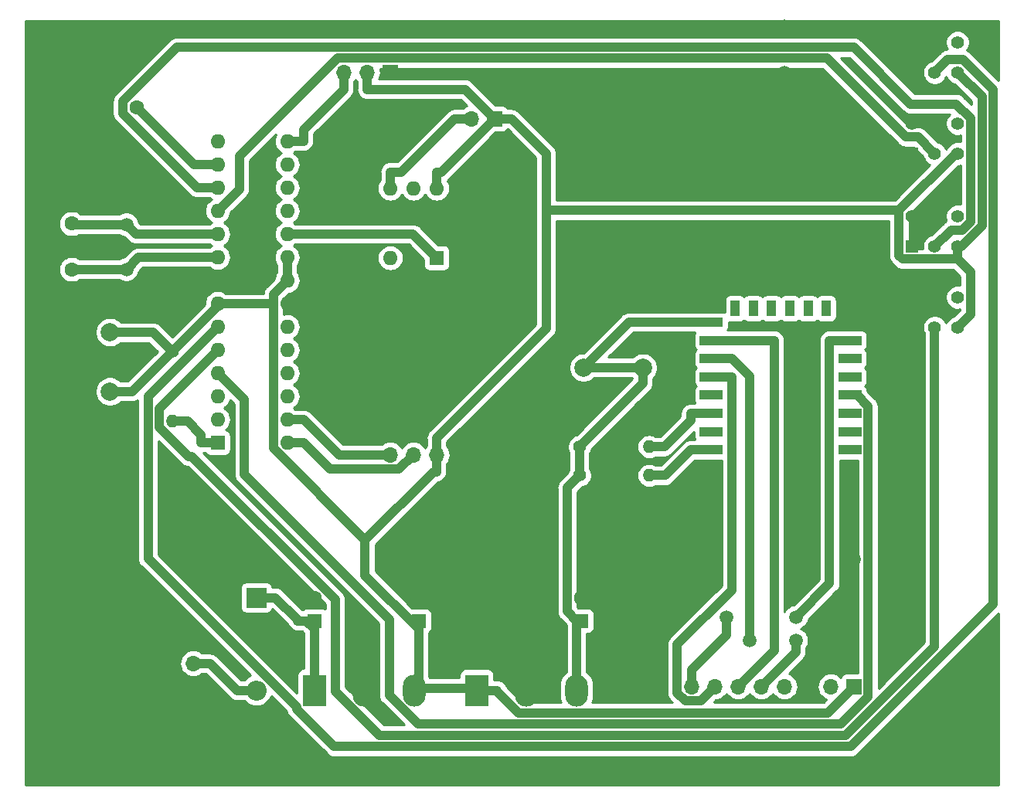
<source format=gbr>
G04 #@! TF.GenerationSoftware,KiCad,Pcbnew,(5.1.4)-1*
G04 #@! TF.CreationDate,2019-11-27T15:40:25-03:00*
G04 #@! TF.ProjectId,Esmeril espelho,45736d65-7269-46c2-9065-7370656c686f,1*
G04 #@! TF.SameCoordinates,Original*
G04 #@! TF.FileFunction,Copper,L2,Bot*
G04 #@! TF.FilePolarity,Positive*
%FSLAX46Y46*%
G04 Gerber Fmt 4.6, Leading zero omitted, Abs format (unit mm)*
G04 Created by KiCad (PCBNEW (5.1.4)-1) date 2019-11-27 15:40:25*
%MOMM*%
%LPD*%
G04 APERTURE LIST*
%ADD10O,1.700000X1.700000*%
%ADD11R,1.700000X1.700000*%
%ADD12R,1.400000X1.400000*%
%ADD13C,1.400000*%
%ADD14R,2.500000X1.000000*%
%ADD15R,1.000000X1.800000*%
%ADD16C,2.000000*%
%ADD17O,1.400000X1.400000*%
%ADD18C,1.500000*%
%ADD19O,1.600000X1.600000*%
%ADD20R,1.600000X1.600000*%
%ADD21O,2.500000X3.500000*%
%ADD22R,2.500000X3.500000*%
%ADD23C,1.600000*%
%ADD24O,2.200000X2.200000*%
%ADD25R,2.200000X2.200000*%
%ADD26C,1.000000*%
%ADD27C,0.254000*%
G04 APERTURE END LIST*
D10*
X49530000Y71120000D03*
D11*
X52070000Y71120000D03*
D10*
X40640000Y34290000D03*
X43180000Y34290000D03*
X45720000Y34290000D03*
D11*
X48260000Y34290000D03*
D12*
X97790000Y76200000D03*
D13*
X100290000Y76200000D03*
X102790000Y76200000D03*
X97790000Y79500000D03*
X100290000Y79500000D03*
X102790000Y79500000D03*
D12*
X97790000Y67310000D03*
D13*
X100290000Y67310000D03*
X102790000Y67310000D03*
X97790000Y70610000D03*
X100290000Y70610000D03*
X102790000Y70610000D03*
D12*
X97790000Y57150000D03*
D13*
X100290000Y57150000D03*
X102790000Y57150000D03*
X97790000Y60450000D03*
X100290000Y60450000D03*
X102790000Y60450000D03*
D12*
X97790000Y48260000D03*
D13*
X100290000Y48260000D03*
X102790000Y48260000D03*
X97790000Y51560000D03*
X100290000Y51560000D03*
X102790000Y51560000D03*
D14*
X91010000Y34834000D03*
X91010000Y36834000D03*
X91010000Y38834000D03*
X91010000Y40834000D03*
X91010000Y42834000D03*
X91010000Y44834000D03*
X91010000Y46834000D03*
X91010000Y48834000D03*
D15*
X88410000Y50334000D03*
X86410000Y50334000D03*
X84410000Y50334000D03*
X82410000Y50334000D03*
X80410000Y50334000D03*
X78410000Y50334000D03*
D14*
X75810000Y48834000D03*
X75810000Y46834000D03*
X75810000Y44834000D03*
X75810000Y42834000D03*
X75810000Y40834000D03*
X75810000Y38834000D03*
X75810000Y36834000D03*
X75810000Y34834000D03*
D16*
X68320000Y39350000D03*
X68320000Y43850000D03*
X61820000Y39350000D03*
X61820000Y43850000D03*
D17*
X68991000Y35193000D03*
D13*
X61371000Y35193000D03*
D17*
X68991000Y32043000D03*
D13*
X61371000Y32043000D03*
D18*
X11730000Y59530000D03*
X11730000Y54630000D03*
D19*
X29350000Y35630000D03*
X21730000Y68650000D03*
X29350000Y38170000D03*
X21730000Y66110000D03*
X29350000Y40710000D03*
X21730000Y63570000D03*
X29350000Y43250000D03*
X21730000Y61030000D03*
X29350000Y45790000D03*
X21730000Y58490000D03*
X29350000Y48330000D03*
X21730000Y55950000D03*
X29350000Y50870000D03*
X21730000Y53410000D03*
X29350000Y53410000D03*
X21730000Y50870000D03*
X29350000Y55950000D03*
X21730000Y48330000D03*
X29350000Y58490000D03*
X21730000Y45790000D03*
X29350000Y61030000D03*
X21730000Y43250000D03*
X29350000Y63570000D03*
X21730000Y40710000D03*
X29350000Y66110000D03*
X21730000Y38170000D03*
X29350000Y68650000D03*
D20*
X21730000Y35630000D03*
D19*
X45720000Y63500000D03*
X40640000Y55880000D03*
X43180000Y63500000D03*
X43180000Y55880000D03*
X40640000Y63500000D03*
D20*
X45720000Y55880000D03*
D21*
X61050000Y8490000D03*
X55575000Y8490000D03*
D22*
X50100000Y8490000D03*
D21*
X43270000Y8490000D03*
X37795000Y8490000D03*
D22*
X32320000Y8490000D03*
D16*
X5432000Y41232000D03*
X9932000Y41232000D03*
X5432000Y47732000D03*
X9932000Y47732000D03*
D17*
X16730000Y38010000D03*
D13*
X16730000Y45630000D03*
D23*
X12850000Y72390000D03*
D20*
X6350000Y72390000D03*
D10*
X35560000Y76200000D03*
X38100000Y76200000D03*
D11*
X40640000Y76200000D03*
D10*
X73660000Y8890000D03*
X76200000Y8890000D03*
X78740000Y8890000D03*
X81280000Y8890000D03*
X83820000Y8890000D03*
X86360000Y8890000D03*
X88900000Y8890000D03*
D11*
X91440000Y8890000D03*
D10*
X19050000Y11430000D03*
D11*
X19050000Y13970000D03*
D24*
X25970000Y8490000D03*
D25*
X25970000Y18650000D03*
D23*
X5730000Y62130000D03*
X5730000Y59630000D03*
X5730000Y52130000D03*
X5730000Y54630000D03*
X61530000Y18610000D03*
D20*
X61530000Y16110000D03*
D23*
X43750000Y18610000D03*
D20*
X43750000Y16110000D03*
D23*
X32320000Y18610000D03*
D20*
X32320000Y16110000D03*
D18*
X16510000Y24130000D03*
X11430000Y24130000D03*
X57150000Y24130000D03*
X62230000Y24130000D03*
X74930000Y22860000D03*
X91440000Y22860000D03*
X96520000Y22860000D03*
X86360000Y58420000D03*
X86360000Y63500000D03*
X83820000Y76200000D03*
X83820000Y81280000D03*
X101600000Y63500000D03*
X96520000Y64770000D03*
X36830000Y12700000D03*
X30480000Y12700000D03*
X55880000Y53340000D03*
X59690000Y53340000D03*
X85090000Y16510000D03*
X77470000Y16510000D03*
X85090000Y13970000D03*
X80010000Y13970000D03*
D26*
X31420000Y16110000D02*
X32320000Y15210000D01*
X32320000Y15210000D02*
X32320000Y8490000D01*
X31420000Y16110000D02*
X30520000Y16110000D01*
X32320000Y16110000D02*
X31420000Y16110000D01*
X25970000Y18650000D02*
X28070000Y18650000D01*
X30520000Y16110000D02*
X30520000Y16200000D01*
X30520000Y16200000D02*
X28070000Y18650000D01*
X57720500Y61075500D02*
X57720500Y48140500D01*
X57720500Y48140500D02*
X45720000Y36140000D01*
X53920000Y71120000D02*
X57720500Y67319500D01*
X57720500Y67319500D02*
X57720500Y61075500D01*
X96365100Y61075500D02*
X57720500Y61075500D01*
X45720000Y34290000D02*
X45720000Y36140000D01*
X27849600Y50870000D02*
X27849600Y51909600D01*
X27849600Y51909600D02*
X29350000Y53410000D01*
X37888800Y24952500D02*
X27849600Y34991700D01*
X27849600Y34991700D02*
X27849600Y50870000D01*
X27849600Y50870000D02*
X23530000Y50870000D01*
X21730000Y50870000D02*
X23530000Y50870000D01*
X102790000Y57150000D02*
X103230400Y57150000D01*
X103230400Y57150000D02*
X105461100Y59380700D01*
X105461100Y59380700D02*
X105461100Y73528900D01*
X105461100Y73528900D02*
X102790000Y76200000D01*
X102790000Y55740700D02*
X102790000Y57150000D01*
X9932000Y41232000D02*
X12332000Y41232000D01*
X12332000Y41232000D02*
X16730000Y45630000D01*
X50100000Y8490000D02*
X52350000Y8490000D01*
X91440000Y8890000D02*
X88579900Y6029900D01*
X88579900Y6029900D02*
X54669500Y6029900D01*
X54669500Y6029900D02*
X52350000Y8349400D01*
X52350000Y8349400D02*
X52350000Y8490000D01*
X37888800Y24952500D02*
X37888700Y24952500D01*
X37888700Y24952500D02*
X37888700Y21071300D01*
X37888700Y21071300D02*
X43750000Y15210000D01*
X45720000Y32440000D02*
X45376200Y32440000D01*
X45376200Y32440000D02*
X37888800Y24952500D01*
X45720000Y34290000D02*
X45720000Y32440000D01*
X96365100Y61075500D02*
X102599600Y67310000D01*
X102599600Y67310000D02*
X102790000Y67310000D01*
X102790000Y55740700D02*
X96774200Y55740700D01*
X96774200Y55740700D02*
X96365100Y56149800D01*
X96365100Y56149800D02*
X96365100Y61075500D01*
X52070000Y71120000D02*
X53920000Y71120000D01*
X102790000Y48260000D02*
X104199300Y49669300D01*
X104199300Y49669300D02*
X104199300Y54331400D01*
X104199300Y54331400D02*
X102790000Y55740700D01*
X16730000Y45630000D02*
X21730000Y50630000D01*
X9958000Y47706000D02*
X14654000Y47706000D01*
X14654000Y47706000D02*
X16730000Y45630000D01*
X29350000Y55950000D02*
X29350000Y53410000D01*
X45720000Y63500000D02*
X45720000Y65300000D01*
X45720000Y65300000D02*
X46250000Y65300000D01*
X46250000Y65300000D02*
X52070000Y71120000D01*
X38100000Y76200000D02*
X38100000Y74350000D01*
X38100000Y74350000D02*
X48840000Y74350000D01*
X48840000Y74350000D02*
X52070000Y71120000D01*
X43750000Y15210000D02*
X43750000Y14310000D01*
X43750000Y16110000D02*
X43750000Y15210000D01*
X50100000Y8490000D02*
X49538000Y8490000D01*
X43750000Y8970000D02*
X43750000Y14310000D01*
X43510000Y8730000D02*
X49298000Y8730000D01*
X49298000Y8730000D02*
X49538000Y8490000D01*
X21730000Y50870000D02*
X21730000Y50630000D01*
X9958000Y47706000D02*
X9932000Y47732000D01*
X9984000Y47680000D02*
X9958000Y47706000D01*
X43510000Y8730000D02*
X43270000Y8490000D01*
X43750000Y8970000D02*
X43510000Y8730000D01*
X61050000Y16110000D02*
X60029100Y17130900D01*
X60029100Y17130900D02*
X60029100Y30701100D01*
X60029100Y30701100D02*
X61371000Y32043000D01*
X61530000Y16110000D02*
X61050000Y16110000D01*
X61050000Y16110000D02*
X61050000Y11240000D01*
X61050000Y8490000D02*
X61050000Y11240000D01*
X68320000Y43850000D02*
X61820000Y43850000D01*
X61371000Y35193000D02*
X68320000Y42142000D01*
X68320000Y42142000D02*
X68320000Y43850000D01*
X61820000Y43850000D02*
X66804000Y48834000D01*
X66804000Y48834000D02*
X75810000Y48834000D01*
X61371000Y32043000D02*
X61371000Y35193000D01*
X21730000Y55950000D02*
X13050000Y55950000D01*
X13050000Y55950000D02*
X11730000Y54630000D01*
X5730000Y54630000D02*
X11730000Y54630000D01*
X21730000Y58490000D02*
X12770000Y58490000D01*
X12770000Y58490000D02*
X11730000Y59530000D01*
X5830000Y59530000D02*
X11730000Y59530000D01*
X5830000Y59530000D02*
X5730000Y59630000D01*
X19050000Y11430000D02*
X20900000Y11430000D01*
X25970000Y8490000D02*
X23840000Y8490000D01*
X23840000Y8490000D02*
X20900000Y11430000D01*
X29350000Y38170000D02*
X31150000Y38170000D01*
X31150000Y38170000D02*
X35030000Y34290000D01*
X35030000Y34290000D02*
X40640000Y34290000D01*
X29350000Y35630000D02*
X31150000Y35630000D01*
X31150000Y35630000D02*
X34073700Y32706300D01*
X34073700Y32706300D02*
X41596300Y32706300D01*
X41596300Y32706300D02*
X43180000Y34290000D01*
X73660000Y8890000D02*
X73660000Y10740000D01*
X88760000Y20180000D02*
X85090000Y16510000D01*
X91010000Y46834000D02*
X88760000Y46834000D01*
X88760000Y46834000D02*
X88760000Y20180000D01*
X77470000Y14550000D02*
X73660000Y10740000D01*
X77470000Y16510000D02*
X77470000Y14550000D01*
X75810000Y42834000D02*
X78060000Y42834000D01*
X76200000Y8890000D02*
X74649600Y7339600D01*
X74649600Y7339600D02*
X72950300Y7339600D01*
X72950300Y7339600D02*
X72084700Y8205200D01*
X72084700Y8205200D02*
X72084700Y13490400D01*
X72084700Y13490400D02*
X78060000Y19465700D01*
X78060000Y19465700D02*
X78060000Y42834000D01*
X75810000Y46834000D02*
X82706000Y46834000D01*
X82706000Y12856000D02*
X78740000Y8890000D01*
X82706000Y46834000D02*
X82706000Y12856000D01*
X78060000Y44834000D02*
X80010000Y42884000D01*
X75810000Y44834000D02*
X78060000Y44834000D01*
X80010000Y42884000D02*
X80010000Y16510000D01*
X80010000Y16510000D02*
X80010000Y13970000D01*
X80010000Y13970000D02*
X80010000Y13970000D01*
X85090000Y12700000D02*
X81280000Y8890000D01*
X85090000Y13970000D02*
X85090000Y12700000D01*
X29350000Y68650000D02*
X31150000Y68650000D01*
X35560000Y76200000D02*
X35560000Y74350000D01*
X35560000Y74350000D02*
X31150000Y69940000D01*
X31150000Y69940000D02*
X31150000Y68650000D01*
X21730000Y45790000D02*
X15321000Y39381000D01*
X15321000Y39381000D02*
X15321000Y37344800D01*
X15321000Y37344800D02*
X18536200Y34129600D01*
X18536200Y34129600D02*
X18922400Y34129600D01*
X18922400Y34129600D02*
X34633000Y18419000D01*
X34633000Y18419000D02*
X34633000Y8384900D01*
X34633000Y8384900D02*
X39469000Y3548900D01*
X39469000Y3548900D02*
X90548300Y3548900D01*
X90548300Y3548900D02*
X100290000Y13290600D01*
X100290000Y13290600D02*
X100290000Y48260000D01*
X21730000Y61030000D02*
X24116000Y63416000D01*
X24116000Y63416000D02*
X24116000Y67019700D01*
X24116000Y67019700D02*
X34847500Y77751200D01*
X34847500Y77751200D02*
X88480400Y77751200D01*
X88480400Y77751200D02*
X97100600Y69131000D01*
X97100600Y69131000D02*
X98469000Y69131000D01*
X98469000Y69131000D02*
X100290000Y67310000D01*
X21730000Y48330000D02*
X14112500Y40712500D01*
X14112500Y40712500D02*
X14112500Y22897000D01*
X14112500Y22897000D02*
X30369600Y6639900D01*
X30369600Y6639900D02*
X30369600Y6444600D01*
X30369600Y6444600D02*
X34500700Y2313500D01*
X34500700Y2313500D02*
X91077700Y2313500D01*
X91077700Y2313500D02*
X106694800Y17930600D01*
X106694800Y17930600D02*
X106694800Y74292000D01*
X106694800Y74292000D02*
X103349700Y77637100D01*
X103349700Y77637100D02*
X101727100Y77637100D01*
X101727100Y77637100D02*
X100290000Y76200000D01*
X21730000Y63570000D02*
X19472000Y63570000D01*
X19472000Y63570000D02*
X11325100Y71716900D01*
X11325100Y71716900D02*
X11325100Y73015000D01*
X11325100Y73015000D02*
X17276800Y78966700D01*
X17276800Y78966700D02*
X91413900Y78966700D01*
X91413900Y78966700D02*
X97634300Y72746300D01*
X97634300Y72746300D02*
X102653800Y72746300D01*
X102653800Y72746300D02*
X104225600Y71174500D01*
X104225600Y71174500D02*
X104225600Y59842900D01*
X104225600Y59842900D02*
X103313400Y58930700D01*
X103313400Y58930700D02*
X102070700Y58930700D01*
X102070700Y58930700D02*
X100290000Y57150000D01*
X12850000Y72390000D02*
X19130000Y66110000D01*
X19130000Y66110000D02*
X21730000Y66110000D01*
X40640000Y63500000D02*
X40640000Y65300000D01*
X49530000Y71120000D02*
X47680000Y71120000D01*
X40640000Y65300000D02*
X41860000Y65300000D01*
X41860000Y65300000D02*
X47680000Y71120000D01*
X21730000Y35630000D02*
X19930000Y35630000D01*
X16730000Y38010000D02*
X18430000Y38010000D01*
X19930000Y35630000D02*
X19930000Y36510000D01*
X19930000Y36510000D02*
X18430000Y38010000D01*
X75810000Y34834000D02*
X73560000Y34834000D01*
X68991000Y32043000D02*
X70769000Y32043000D01*
X70769000Y32043000D02*
X73560000Y34834000D01*
X75810000Y38834000D02*
X73560000Y38834000D01*
X68991000Y35193000D02*
X70691000Y35193000D01*
X70691000Y35193000D02*
X73560000Y38062000D01*
X73560000Y38062000D02*
X73560000Y38834000D01*
X45720000Y55880000D02*
X43110000Y58490000D01*
X43110000Y58490000D02*
X29350000Y58490000D01*
X21730000Y43250000D02*
X24648800Y40331200D01*
X24648800Y40331200D02*
X24648800Y32149900D01*
X24648800Y32149900D02*
X40532500Y16266200D01*
X40532500Y16266200D02*
X40532500Y7922000D01*
X40532500Y7922000D02*
X43675700Y4778800D01*
X43675700Y4778800D02*
X90032600Y4778800D01*
X90032600Y4778800D02*
X92990400Y7736600D01*
X92990400Y7736600D02*
X92990400Y39603600D01*
X92990400Y39603600D02*
X91760000Y40834000D01*
X91010000Y40834000D02*
X91760000Y40834000D01*
D27*
G36*
X107265000Y75326932D02*
G01*
X104191696Y78400235D01*
X104156149Y78443549D01*
X103983323Y78585384D01*
X103836796Y78663704D01*
X103973061Y78867641D01*
X104073696Y79110595D01*
X104125000Y79368514D01*
X104125000Y79631486D01*
X104073696Y79889405D01*
X103973061Y80132359D01*
X103826962Y80351013D01*
X103641013Y80536962D01*
X103422359Y80683061D01*
X103179405Y80783696D01*
X102921486Y80835000D01*
X102658514Y80835000D01*
X102400595Y80783696D01*
X102157641Y80683061D01*
X101938987Y80536962D01*
X101753038Y80351013D01*
X101606939Y80132359D01*
X101506304Y79889405D01*
X101455000Y79631486D01*
X101455000Y79368514D01*
X101506304Y79110595D01*
X101606939Y78867641D01*
X101670812Y78772047D01*
X101504601Y78755677D01*
X101290653Y78690776D01*
X101093477Y78585384D01*
X100920651Y78443549D01*
X100885108Y78400240D01*
X99985442Y77500573D01*
X99900595Y77483696D01*
X99657641Y77383061D01*
X99438987Y77236962D01*
X99253038Y77051013D01*
X99106939Y76832359D01*
X99006304Y76589405D01*
X98955000Y76331486D01*
X98955000Y76068514D01*
X99006304Y75810595D01*
X99106939Y75567641D01*
X99253038Y75348987D01*
X99438987Y75163038D01*
X99657641Y75016939D01*
X99900595Y74916304D01*
X100158514Y74865000D01*
X100421486Y74865000D01*
X100679405Y74916304D01*
X100922359Y75016939D01*
X101141013Y75163038D01*
X101326962Y75348987D01*
X101473061Y75567641D01*
X101540000Y75729246D01*
X101606939Y75567641D01*
X101753038Y75348987D01*
X101938987Y75163038D01*
X102157641Y75016939D01*
X102400595Y74916304D01*
X102485442Y74899427D01*
X104326101Y73058767D01*
X104326101Y72679131D01*
X103495796Y73509435D01*
X103460249Y73552749D01*
X103287423Y73694584D01*
X103090247Y73799976D01*
X102876299Y73864877D01*
X102709552Y73881300D01*
X102709551Y73881300D01*
X102653800Y73886791D01*
X102598049Y73881300D01*
X98104432Y73881300D01*
X92255896Y79729835D01*
X92220349Y79773149D01*
X92047523Y79914984D01*
X91850347Y80020376D01*
X91636399Y80085277D01*
X91469652Y80101700D01*
X91469651Y80101700D01*
X91413900Y80107191D01*
X91358149Y80101700D01*
X17332552Y80101700D01*
X17276800Y80107191D01*
X17221048Y80101700D01*
X17054301Y80085277D01*
X16840353Y80020376D01*
X16643177Y79914984D01*
X16470351Y79773149D01*
X16434809Y79729841D01*
X10561960Y73856991D01*
X10518652Y73821449D01*
X10376817Y73648623D01*
X10271424Y73451447D01*
X10206523Y73237499D01*
X10190100Y73070752D01*
X10184609Y73015000D01*
X10190100Y72959249D01*
X10190100Y71772651D01*
X10184609Y71716900D01*
X10195550Y71605809D01*
X10206523Y71494402D01*
X10271424Y71280454D01*
X10376816Y71083277D01*
X10518651Y70910451D01*
X10561965Y70874904D01*
X18630009Y62806859D01*
X18665551Y62763551D01*
X18838377Y62621716D01*
X19035553Y62516324D01*
X19249501Y62451423D01*
X19416248Y62435000D01*
X19416257Y62435000D01*
X19471999Y62429510D01*
X19527741Y62435000D01*
X20850998Y62435000D01*
X20928899Y62371068D01*
X21061858Y62300000D01*
X20928899Y62228932D01*
X20710392Y62049608D01*
X20531068Y61831101D01*
X20397818Y61581808D01*
X20315764Y61311309D01*
X20288057Y61030000D01*
X20315764Y60748691D01*
X20397818Y60478192D01*
X20531068Y60228899D01*
X20710392Y60010392D01*
X20928899Y59831068D01*
X21061858Y59760000D01*
X20928899Y59688932D01*
X20850998Y59625000D01*
X13240132Y59625000D01*
X13094212Y59770920D01*
X13061775Y59933989D01*
X12957371Y60186043D01*
X12805799Y60412886D01*
X12612886Y60605799D01*
X12386043Y60757371D01*
X12133989Y60861775D01*
X11866411Y60915000D01*
X11593589Y60915000D01*
X11326011Y60861775D01*
X11073957Y60757371D01*
X10935714Y60665000D01*
X6724396Y60665000D01*
X6644759Y60744637D01*
X6409727Y60901680D01*
X6148574Y61009853D01*
X5871335Y61065000D01*
X5588665Y61065000D01*
X5311426Y61009853D01*
X5050273Y60901680D01*
X4815241Y60744637D01*
X4615363Y60544759D01*
X4458320Y60309727D01*
X4350147Y60048574D01*
X4295000Y59771335D01*
X4295000Y59488665D01*
X4350147Y59211426D01*
X4458320Y58950273D01*
X4615363Y58715241D01*
X4815241Y58515363D01*
X5050273Y58358320D01*
X5311426Y58250147D01*
X5588665Y58195000D01*
X5871335Y58195000D01*
X6148574Y58250147D01*
X6409727Y58358320D01*
X6464623Y58395000D01*
X10935714Y58395000D01*
X11073957Y58302629D01*
X11326011Y58198225D01*
X11489080Y58165788D01*
X11928008Y57726860D01*
X11963551Y57683551D01*
X12136377Y57541716D01*
X12269816Y57470392D01*
X12333553Y57436324D01*
X12547500Y57371423D01*
X12769999Y57349509D01*
X12825751Y57355000D01*
X20850998Y57355000D01*
X20928899Y57291068D01*
X21061858Y57220000D01*
X20928899Y57148932D01*
X20850998Y57085000D01*
X13105751Y57085000D01*
X13050000Y57090491D01*
X12994248Y57085000D01*
X12827501Y57068577D01*
X12613553Y57003676D01*
X12416377Y56898284D01*
X12243551Y56756449D01*
X12208008Y56713140D01*
X11489080Y55994212D01*
X11326011Y55961775D01*
X11073957Y55857371D01*
X10935714Y55765000D01*
X6614284Y55765000D01*
X6409727Y55901680D01*
X6148574Y56009853D01*
X5871335Y56065000D01*
X5588665Y56065000D01*
X5311426Y56009853D01*
X5050273Y55901680D01*
X4815241Y55744637D01*
X4615363Y55544759D01*
X4458320Y55309727D01*
X4350147Y55048574D01*
X4295000Y54771335D01*
X4295000Y54488665D01*
X4350147Y54211426D01*
X4458320Y53950273D01*
X4615363Y53715241D01*
X4815241Y53515363D01*
X5050273Y53358320D01*
X5311426Y53250147D01*
X5588665Y53195000D01*
X5871335Y53195000D01*
X6148574Y53250147D01*
X6409727Y53358320D01*
X6614284Y53495000D01*
X10935714Y53495000D01*
X11073957Y53402629D01*
X11326011Y53298225D01*
X11593589Y53245000D01*
X11866411Y53245000D01*
X12133989Y53298225D01*
X12386043Y53402629D01*
X12612886Y53554201D01*
X12805799Y53747114D01*
X12957371Y53973957D01*
X13061775Y54226011D01*
X13094212Y54389080D01*
X13520132Y54815000D01*
X20850998Y54815000D01*
X20928899Y54751068D01*
X21178192Y54617818D01*
X21448691Y54535764D01*
X21659508Y54515000D01*
X21800492Y54515000D01*
X22011309Y54535764D01*
X22281808Y54617818D01*
X22531101Y54751068D01*
X22749608Y54930392D01*
X22928932Y55148899D01*
X23062182Y55398192D01*
X23144236Y55668691D01*
X23171943Y55950000D01*
X23144236Y56231309D01*
X23062182Y56501808D01*
X22928932Y56751101D01*
X22749608Y56969608D01*
X22531101Y57148932D01*
X22398142Y57220000D01*
X22531101Y57291068D01*
X22749608Y57470392D01*
X22928932Y57688899D01*
X23062182Y57938192D01*
X23144236Y58208691D01*
X23171943Y58490000D01*
X23144236Y58771309D01*
X23062182Y59041808D01*
X22928932Y59291101D01*
X22749608Y59509608D01*
X22531101Y59688932D01*
X22398142Y59760000D01*
X22531101Y59831068D01*
X22749608Y60010392D01*
X22928932Y60228899D01*
X23062182Y60478192D01*
X23144236Y60748691D01*
X23154114Y60848982D01*
X24879146Y62574013D01*
X24922449Y62609551D01*
X25064284Y62782377D01*
X25169676Y62979553D01*
X25234577Y63193501D01*
X25251000Y63360248D01*
X25251000Y63360249D01*
X25256491Y63416000D01*
X25251000Y63471752D01*
X25251000Y66549569D01*
X28149387Y69447955D01*
X28017818Y69201808D01*
X27935764Y68931309D01*
X27908057Y68650000D01*
X27935764Y68368691D01*
X28017818Y68098192D01*
X28151068Y67848899D01*
X28330392Y67630392D01*
X28548899Y67451068D01*
X28681858Y67380000D01*
X28548899Y67308932D01*
X28330392Y67129608D01*
X28151068Y66911101D01*
X28017818Y66661808D01*
X27935764Y66391309D01*
X27908057Y66110000D01*
X27935764Y65828691D01*
X28017818Y65558192D01*
X28151068Y65308899D01*
X28330392Y65090392D01*
X28548899Y64911068D01*
X28681858Y64840000D01*
X28548899Y64768932D01*
X28330392Y64589608D01*
X28151068Y64371101D01*
X28017818Y64121808D01*
X27935764Y63851309D01*
X27908057Y63570000D01*
X27935764Y63288691D01*
X28017818Y63018192D01*
X28151068Y62768899D01*
X28330392Y62550392D01*
X28548899Y62371068D01*
X28681858Y62300000D01*
X28548899Y62228932D01*
X28330392Y62049608D01*
X28151068Y61831101D01*
X28017818Y61581808D01*
X27935764Y61311309D01*
X27908057Y61030000D01*
X27935764Y60748691D01*
X28017818Y60478192D01*
X28151068Y60228899D01*
X28330392Y60010392D01*
X28548899Y59831068D01*
X28681858Y59760000D01*
X28548899Y59688932D01*
X28330392Y59509608D01*
X28151068Y59291101D01*
X28017818Y59041808D01*
X27935764Y58771309D01*
X27908057Y58490000D01*
X27935764Y58208691D01*
X28017818Y57938192D01*
X28151068Y57688899D01*
X28330392Y57470392D01*
X28548899Y57291068D01*
X28681858Y57220000D01*
X28548899Y57148932D01*
X28330392Y56969608D01*
X28151068Y56751101D01*
X28017818Y56501808D01*
X27935764Y56231309D01*
X27908057Y55950000D01*
X27935764Y55668691D01*
X28017818Y55398192D01*
X28151068Y55148899D01*
X28215000Y55070997D01*
X28215001Y54289003D01*
X28151068Y54211101D01*
X28017818Y53961808D01*
X27935764Y53691309D01*
X27925886Y53591018D01*
X27086460Y52751591D01*
X27043152Y52716049D01*
X26901317Y52543223D01*
X26795924Y52346047D01*
X26731023Y52132099D01*
X26718505Y52005000D01*
X22609002Y52005000D01*
X22531101Y52068932D01*
X22281808Y52202182D01*
X22011309Y52284236D01*
X21800492Y52305000D01*
X21659508Y52305000D01*
X21448691Y52284236D01*
X21178192Y52202182D01*
X20928899Y52068932D01*
X20710392Y51889608D01*
X20531068Y51671101D01*
X20397818Y51421808D01*
X20315764Y51151309D01*
X20288057Y50870000D01*
X20294944Y50800076D01*
X16730000Y47235131D01*
X15495996Y48469135D01*
X15460449Y48512449D01*
X15287623Y48654284D01*
X15090447Y48759676D01*
X14876499Y48824577D01*
X14709752Y48841000D01*
X14709751Y48841000D01*
X14654000Y48846491D01*
X14598249Y48841000D01*
X11135239Y48841000D01*
X10974252Y49001987D01*
X10706463Y49180918D01*
X10408912Y49304168D01*
X10093033Y49367000D01*
X9770967Y49367000D01*
X9455088Y49304168D01*
X9157537Y49180918D01*
X8889748Y49001987D01*
X8662013Y48774252D01*
X8483082Y48506463D01*
X8359832Y48208912D01*
X8297000Y47893033D01*
X8297000Y47570967D01*
X8359832Y47255088D01*
X8483082Y46957537D01*
X8662013Y46689748D01*
X8889748Y46462013D01*
X9157537Y46283082D01*
X9455088Y46159832D01*
X9770967Y46097000D01*
X10093033Y46097000D01*
X10408912Y46159832D01*
X10706463Y46283082D01*
X10974252Y46462013D01*
X11083239Y46571000D01*
X14183869Y46571000D01*
X15124868Y45630000D01*
X11861869Y42367000D01*
X11109239Y42367000D01*
X10974252Y42501987D01*
X10706463Y42680918D01*
X10408912Y42804168D01*
X10093033Y42867000D01*
X9770967Y42867000D01*
X9455088Y42804168D01*
X9157537Y42680918D01*
X8889748Y42501987D01*
X8662013Y42274252D01*
X8483082Y42006463D01*
X8359832Y41708912D01*
X8297000Y41393033D01*
X8297000Y41070967D01*
X8359832Y40755088D01*
X8483082Y40457537D01*
X8662013Y40189748D01*
X8889748Y39962013D01*
X9157537Y39783082D01*
X9455088Y39659832D01*
X9770967Y39597000D01*
X10093033Y39597000D01*
X10408912Y39659832D01*
X10706463Y39783082D01*
X10974252Y39962013D01*
X11109239Y40097000D01*
X12276249Y40097000D01*
X12332000Y40091509D01*
X12387751Y40097000D01*
X12387752Y40097000D01*
X12554499Y40113423D01*
X12768447Y40178324D01*
X12965623Y40283716D01*
X12977500Y40293463D01*
X12977501Y22952762D01*
X12972009Y22897000D01*
X12993923Y22674502D01*
X13058824Y22460554D01*
X13058825Y22460553D01*
X13164217Y22263377D01*
X13306052Y22090551D01*
X13349360Y22055009D01*
X25303484Y10100884D01*
X25302832Y10100686D01*
X25001422Y9939579D01*
X24737234Y9722766D01*
X24657000Y9625000D01*
X24310132Y9625000D01*
X21741996Y12193135D01*
X21706449Y12236449D01*
X21533623Y12378284D01*
X21336447Y12483676D01*
X21122499Y12548577D01*
X20955752Y12565000D01*
X20955751Y12565000D01*
X20900000Y12570491D01*
X20844249Y12565000D01*
X20007817Y12565000D01*
X19879014Y12670706D01*
X19621034Y12808599D01*
X19341111Y12893513D01*
X19122950Y12915000D01*
X18977050Y12915000D01*
X18758889Y12893513D01*
X18478966Y12808599D01*
X18220986Y12670706D01*
X17994866Y12485134D01*
X17809294Y12259014D01*
X17671401Y12001034D01*
X17586487Y11721111D01*
X17557815Y11430000D01*
X17586487Y11138889D01*
X17671401Y10858966D01*
X17809294Y10600986D01*
X17994866Y10374866D01*
X18220986Y10189294D01*
X18478966Y10051401D01*
X18758889Y9966487D01*
X18977050Y9945000D01*
X19122950Y9945000D01*
X19341111Y9966487D01*
X19621034Y10051401D01*
X19879014Y10189294D01*
X20007817Y10295000D01*
X20429869Y10295000D01*
X22998009Y7726859D01*
X23033551Y7683551D01*
X23180227Y7563177D01*
X23206377Y7541716D01*
X23403553Y7436324D01*
X23617501Y7371423D01*
X23840000Y7349509D01*
X23895752Y7355000D01*
X24657000Y7355000D01*
X24737234Y7257234D01*
X25001422Y7040421D01*
X25302832Y6879314D01*
X25629881Y6780105D01*
X25884775Y6755000D01*
X26055225Y6755000D01*
X26310119Y6780105D01*
X26637168Y6879314D01*
X26938578Y7040421D01*
X27202766Y7257234D01*
X27419579Y7521422D01*
X27580686Y7822832D01*
X27580884Y7823484D01*
X29280962Y6123406D01*
X29315924Y6008153D01*
X29421316Y5810977D01*
X29563152Y5638151D01*
X29606460Y5602609D01*
X33658713Y1550354D01*
X33694251Y1507051D01*
X33737554Y1471513D01*
X33737556Y1471511D01*
X33867077Y1365216D01*
X34064253Y1259824D01*
X34278201Y1194923D01*
X34500700Y1173009D01*
X34556452Y1178500D01*
X91021949Y1178500D01*
X91077700Y1173009D01*
X91133451Y1178500D01*
X91133452Y1178500D01*
X91300199Y1194923D01*
X91514147Y1259824D01*
X91711323Y1365216D01*
X91884149Y1507051D01*
X91919696Y1550365D01*
X107265001Y16895668D01*
X107265001Y-1855000D01*
X685000Y-1855000D01*
X685000Y81865000D01*
X107265000Y81865000D01*
X107265000Y75326932D01*
X107265000Y75326932D01*
G37*
X107265000Y75326932D02*
X104191696Y78400235D01*
X104156149Y78443549D01*
X103983323Y78585384D01*
X103836796Y78663704D01*
X103973061Y78867641D01*
X104073696Y79110595D01*
X104125000Y79368514D01*
X104125000Y79631486D01*
X104073696Y79889405D01*
X103973061Y80132359D01*
X103826962Y80351013D01*
X103641013Y80536962D01*
X103422359Y80683061D01*
X103179405Y80783696D01*
X102921486Y80835000D01*
X102658514Y80835000D01*
X102400595Y80783696D01*
X102157641Y80683061D01*
X101938987Y80536962D01*
X101753038Y80351013D01*
X101606939Y80132359D01*
X101506304Y79889405D01*
X101455000Y79631486D01*
X101455000Y79368514D01*
X101506304Y79110595D01*
X101606939Y78867641D01*
X101670812Y78772047D01*
X101504601Y78755677D01*
X101290653Y78690776D01*
X101093477Y78585384D01*
X100920651Y78443549D01*
X100885108Y78400240D01*
X99985442Y77500573D01*
X99900595Y77483696D01*
X99657641Y77383061D01*
X99438987Y77236962D01*
X99253038Y77051013D01*
X99106939Y76832359D01*
X99006304Y76589405D01*
X98955000Y76331486D01*
X98955000Y76068514D01*
X99006304Y75810595D01*
X99106939Y75567641D01*
X99253038Y75348987D01*
X99438987Y75163038D01*
X99657641Y75016939D01*
X99900595Y74916304D01*
X100158514Y74865000D01*
X100421486Y74865000D01*
X100679405Y74916304D01*
X100922359Y75016939D01*
X101141013Y75163038D01*
X101326962Y75348987D01*
X101473061Y75567641D01*
X101540000Y75729246D01*
X101606939Y75567641D01*
X101753038Y75348987D01*
X101938987Y75163038D01*
X102157641Y75016939D01*
X102400595Y74916304D01*
X102485442Y74899427D01*
X104326101Y73058767D01*
X104326101Y72679131D01*
X103495796Y73509435D01*
X103460249Y73552749D01*
X103287423Y73694584D01*
X103090247Y73799976D01*
X102876299Y73864877D01*
X102709552Y73881300D01*
X102709551Y73881300D01*
X102653800Y73886791D01*
X102598049Y73881300D01*
X98104432Y73881300D01*
X92255896Y79729835D01*
X92220349Y79773149D01*
X92047523Y79914984D01*
X91850347Y80020376D01*
X91636399Y80085277D01*
X91469652Y80101700D01*
X91469651Y80101700D01*
X91413900Y80107191D01*
X91358149Y80101700D01*
X17332552Y80101700D01*
X17276800Y80107191D01*
X17221048Y80101700D01*
X17054301Y80085277D01*
X16840353Y80020376D01*
X16643177Y79914984D01*
X16470351Y79773149D01*
X16434809Y79729841D01*
X10561960Y73856991D01*
X10518652Y73821449D01*
X10376817Y73648623D01*
X10271424Y73451447D01*
X10206523Y73237499D01*
X10190100Y73070752D01*
X10184609Y73015000D01*
X10190100Y72959249D01*
X10190100Y71772651D01*
X10184609Y71716900D01*
X10195550Y71605809D01*
X10206523Y71494402D01*
X10271424Y71280454D01*
X10376816Y71083277D01*
X10518651Y70910451D01*
X10561965Y70874904D01*
X18630009Y62806859D01*
X18665551Y62763551D01*
X18838377Y62621716D01*
X19035553Y62516324D01*
X19249501Y62451423D01*
X19416248Y62435000D01*
X19416257Y62435000D01*
X19471999Y62429510D01*
X19527741Y62435000D01*
X20850998Y62435000D01*
X20928899Y62371068D01*
X21061858Y62300000D01*
X20928899Y62228932D01*
X20710392Y62049608D01*
X20531068Y61831101D01*
X20397818Y61581808D01*
X20315764Y61311309D01*
X20288057Y61030000D01*
X20315764Y60748691D01*
X20397818Y60478192D01*
X20531068Y60228899D01*
X20710392Y60010392D01*
X20928899Y59831068D01*
X21061858Y59760000D01*
X20928899Y59688932D01*
X20850998Y59625000D01*
X13240132Y59625000D01*
X13094212Y59770920D01*
X13061775Y59933989D01*
X12957371Y60186043D01*
X12805799Y60412886D01*
X12612886Y60605799D01*
X12386043Y60757371D01*
X12133989Y60861775D01*
X11866411Y60915000D01*
X11593589Y60915000D01*
X11326011Y60861775D01*
X11073957Y60757371D01*
X10935714Y60665000D01*
X6724396Y60665000D01*
X6644759Y60744637D01*
X6409727Y60901680D01*
X6148574Y61009853D01*
X5871335Y61065000D01*
X5588665Y61065000D01*
X5311426Y61009853D01*
X5050273Y60901680D01*
X4815241Y60744637D01*
X4615363Y60544759D01*
X4458320Y60309727D01*
X4350147Y60048574D01*
X4295000Y59771335D01*
X4295000Y59488665D01*
X4350147Y59211426D01*
X4458320Y58950273D01*
X4615363Y58715241D01*
X4815241Y58515363D01*
X5050273Y58358320D01*
X5311426Y58250147D01*
X5588665Y58195000D01*
X5871335Y58195000D01*
X6148574Y58250147D01*
X6409727Y58358320D01*
X6464623Y58395000D01*
X10935714Y58395000D01*
X11073957Y58302629D01*
X11326011Y58198225D01*
X11489080Y58165788D01*
X11928008Y57726860D01*
X11963551Y57683551D01*
X12136377Y57541716D01*
X12269816Y57470392D01*
X12333553Y57436324D01*
X12547500Y57371423D01*
X12769999Y57349509D01*
X12825751Y57355000D01*
X20850998Y57355000D01*
X20928899Y57291068D01*
X21061858Y57220000D01*
X20928899Y57148932D01*
X20850998Y57085000D01*
X13105751Y57085000D01*
X13050000Y57090491D01*
X12994248Y57085000D01*
X12827501Y57068577D01*
X12613553Y57003676D01*
X12416377Y56898284D01*
X12243551Y56756449D01*
X12208008Y56713140D01*
X11489080Y55994212D01*
X11326011Y55961775D01*
X11073957Y55857371D01*
X10935714Y55765000D01*
X6614284Y55765000D01*
X6409727Y55901680D01*
X6148574Y56009853D01*
X5871335Y56065000D01*
X5588665Y56065000D01*
X5311426Y56009853D01*
X5050273Y55901680D01*
X4815241Y55744637D01*
X4615363Y55544759D01*
X4458320Y55309727D01*
X4350147Y55048574D01*
X4295000Y54771335D01*
X4295000Y54488665D01*
X4350147Y54211426D01*
X4458320Y53950273D01*
X4615363Y53715241D01*
X4815241Y53515363D01*
X5050273Y53358320D01*
X5311426Y53250147D01*
X5588665Y53195000D01*
X5871335Y53195000D01*
X6148574Y53250147D01*
X6409727Y53358320D01*
X6614284Y53495000D01*
X10935714Y53495000D01*
X11073957Y53402629D01*
X11326011Y53298225D01*
X11593589Y53245000D01*
X11866411Y53245000D01*
X12133989Y53298225D01*
X12386043Y53402629D01*
X12612886Y53554201D01*
X12805799Y53747114D01*
X12957371Y53973957D01*
X13061775Y54226011D01*
X13094212Y54389080D01*
X13520132Y54815000D01*
X20850998Y54815000D01*
X20928899Y54751068D01*
X21178192Y54617818D01*
X21448691Y54535764D01*
X21659508Y54515000D01*
X21800492Y54515000D01*
X22011309Y54535764D01*
X22281808Y54617818D01*
X22531101Y54751068D01*
X22749608Y54930392D01*
X22928932Y55148899D01*
X23062182Y55398192D01*
X23144236Y55668691D01*
X23171943Y55950000D01*
X23144236Y56231309D01*
X23062182Y56501808D01*
X22928932Y56751101D01*
X22749608Y56969608D01*
X22531101Y57148932D01*
X22398142Y57220000D01*
X22531101Y57291068D01*
X22749608Y57470392D01*
X22928932Y57688899D01*
X23062182Y57938192D01*
X23144236Y58208691D01*
X23171943Y58490000D01*
X23144236Y58771309D01*
X23062182Y59041808D01*
X22928932Y59291101D01*
X22749608Y59509608D01*
X22531101Y59688932D01*
X22398142Y59760000D01*
X22531101Y59831068D01*
X22749608Y60010392D01*
X22928932Y60228899D01*
X23062182Y60478192D01*
X23144236Y60748691D01*
X23154114Y60848982D01*
X24879146Y62574013D01*
X24922449Y62609551D01*
X25064284Y62782377D01*
X25169676Y62979553D01*
X25234577Y63193501D01*
X25251000Y63360248D01*
X25251000Y63360249D01*
X25256491Y63416000D01*
X25251000Y63471752D01*
X25251000Y66549569D01*
X28149387Y69447955D01*
X28017818Y69201808D01*
X27935764Y68931309D01*
X27908057Y68650000D01*
X27935764Y68368691D01*
X28017818Y68098192D01*
X28151068Y67848899D01*
X28330392Y67630392D01*
X28548899Y67451068D01*
X28681858Y67380000D01*
X28548899Y67308932D01*
X28330392Y67129608D01*
X28151068Y66911101D01*
X28017818Y66661808D01*
X27935764Y66391309D01*
X27908057Y66110000D01*
X27935764Y65828691D01*
X28017818Y65558192D01*
X28151068Y65308899D01*
X28330392Y65090392D01*
X28548899Y64911068D01*
X28681858Y64840000D01*
X28548899Y64768932D01*
X28330392Y64589608D01*
X28151068Y64371101D01*
X28017818Y64121808D01*
X27935764Y63851309D01*
X27908057Y63570000D01*
X27935764Y63288691D01*
X28017818Y63018192D01*
X28151068Y62768899D01*
X28330392Y62550392D01*
X28548899Y62371068D01*
X28681858Y62300000D01*
X28548899Y62228932D01*
X28330392Y62049608D01*
X28151068Y61831101D01*
X28017818Y61581808D01*
X27935764Y61311309D01*
X27908057Y61030000D01*
X27935764Y60748691D01*
X28017818Y60478192D01*
X28151068Y60228899D01*
X28330392Y60010392D01*
X28548899Y59831068D01*
X28681858Y59760000D01*
X28548899Y59688932D01*
X28330392Y59509608D01*
X28151068Y59291101D01*
X28017818Y59041808D01*
X27935764Y58771309D01*
X27908057Y58490000D01*
X27935764Y58208691D01*
X28017818Y57938192D01*
X28151068Y57688899D01*
X28330392Y57470392D01*
X28548899Y57291068D01*
X28681858Y57220000D01*
X28548899Y57148932D01*
X28330392Y56969608D01*
X28151068Y56751101D01*
X28017818Y56501808D01*
X27935764Y56231309D01*
X27908057Y55950000D01*
X27935764Y55668691D01*
X28017818Y55398192D01*
X28151068Y55148899D01*
X28215000Y55070997D01*
X28215001Y54289003D01*
X28151068Y54211101D01*
X28017818Y53961808D01*
X27935764Y53691309D01*
X27925886Y53591018D01*
X27086460Y52751591D01*
X27043152Y52716049D01*
X26901317Y52543223D01*
X26795924Y52346047D01*
X26731023Y52132099D01*
X26718505Y52005000D01*
X22609002Y52005000D01*
X22531101Y52068932D01*
X22281808Y52202182D01*
X22011309Y52284236D01*
X21800492Y52305000D01*
X21659508Y52305000D01*
X21448691Y52284236D01*
X21178192Y52202182D01*
X20928899Y52068932D01*
X20710392Y51889608D01*
X20531068Y51671101D01*
X20397818Y51421808D01*
X20315764Y51151309D01*
X20288057Y50870000D01*
X20294944Y50800076D01*
X16730000Y47235131D01*
X15495996Y48469135D01*
X15460449Y48512449D01*
X15287623Y48654284D01*
X15090447Y48759676D01*
X14876499Y48824577D01*
X14709752Y48841000D01*
X14709751Y48841000D01*
X14654000Y48846491D01*
X14598249Y48841000D01*
X11135239Y48841000D01*
X10974252Y49001987D01*
X10706463Y49180918D01*
X10408912Y49304168D01*
X10093033Y49367000D01*
X9770967Y49367000D01*
X9455088Y49304168D01*
X9157537Y49180918D01*
X8889748Y49001987D01*
X8662013Y48774252D01*
X8483082Y48506463D01*
X8359832Y48208912D01*
X8297000Y47893033D01*
X8297000Y47570967D01*
X8359832Y47255088D01*
X8483082Y46957537D01*
X8662013Y46689748D01*
X8889748Y46462013D01*
X9157537Y46283082D01*
X9455088Y46159832D01*
X9770967Y46097000D01*
X10093033Y46097000D01*
X10408912Y46159832D01*
X10706463Y46283082D01*
X10974252Y46462013D01*
X11083239Y46571000D01*
X14183869Y46571000D01*
X15124868Y45630000D01*
X11861869Y42367000D01*
X11109239Y42367000D01*
X10974252Y42501987D01*
X10706463Y42680918D01*
X10408912Y42804168D01*
X10093033Y42867000D01*
X9770967Y42867000D01*
X9455088Y42804168D01*
X9157537Y42680918D01*
X8889748Y42501987D01*
X8662013Y42274252D01*
X8483082Y42006463D01*
X8359832Y41708912D01*
X8297000Y41393033D01*
X8297000Y41070967D01*
X8359832Y40755088D01*
X8483082Y40457537D01*
X8662013Y40189748D01*
X8889748Y39962013D01*
X9157537Y39783082D01*
X9455088Y39659832D01*
X9770967Y39597000D01*
X10093033Y39597000D01*
X10408912Y39659832D01*
X10706463Y39783082D01*
X10974252Y39962013D01*
X11109239Y40097000D01*
X12276249Y40097000D01*
X12332000Y40091509D01*
X12387751Y40097000D01*
X12387752Y40097000D01*
X12554499Y40113423D01*
X12768447Y40178324D01*
X12965623Y40283716D01*
X12977500Y40293463D01*
X12977501Y22952762D01*
X12972009Y22897000D01*
X12993923Y22674502D01*
X13058824Y22460554D01*
X13058825Y22460553D01*
X13164217Y22263377D01*
X13306052Y22090551D01*
X13349360Y22055009D01*
X25303484Y10100884D01*
X25302832Y10100686D01*
X25001422Y9939579D01*
X24737234Y9722766D01*
X24657000Y9625000D01*
X24310132Y9625000D01*
X21741996Y12193135D01*
X21706449Y12236449D01*
X21533623Y12378284D01*
X21336447Y12483676D01*
X21122499Y12548577D01*
X20955752Y12565000D01*
X20955751Y12565000D01*
X20900000Y12570491D01*
X20844249Y12565000D01*
X20007817Y12565000D01*
X19879014Y12670706D01*
X19621034Y12808599D01*
X19341111Y12893513D01*
X19122950Y12915000D01*
X18977050Y12915000D01*
X18758889Y12893513D01*
X18478966Y12808599D01*
X18220986Y12670706D01*
X17994866Y12485134D01*
X17809294Y12259014D01*
X17671401Y12001034D01*
X17586487Y11721111D01*
X17557815Y11430000D01*
X17586487Y11138889D01*
X17671401Y10858966D01*
X17809294Y10600986D01*
X17994866Y10374866D01*
X18220986Y10189294D01*
X18478966Y10051401D01*
X18758889Y9966487D01*
X18977050Y9945000D01*
X19122950Y9945000D01*
X19341111Y9966487D01*
X19621034Y10051401D01*
X19879014Y10189294D01*
X20007817Y10295000D01*
X20429869Y10295000D01*
X22998009Y7726859D01*
X23033551Y7683551D01*
X23180227Y7563177D01*
X23206377Y7541716D01*
X23403553Y7436324D01*
X23617501Y7371423D01*
X23840000Y7349509D01*
X23895752Y7355000D01*
X24657000Y7355000D01*
X24737234Y7257234D01*
X25001422Y7040421D01*
X25302832Y6879314D01*
X25629881Y6780105D01*
X25884775Y6755000D01*
X26055225Y6755000D01*
X26310119Y6780105D01*
X26637168Y6879314D01*
X26938578Y7040421D01*
X27202766Y7257234D01*
X27419579Y7521422D01*
X27580686Y7822832D01*
X27580884Y7823484D01*
X29280962Y6123406D01*
X29315924Y6008153D01*
X29421316Y5810977D01*
X29563152Y5638151D01*
X29606460Y5602609D01*
X33658713Y1550354D01*
X33694251Y1507051D01*
X33737554Y1471513D01*
X33737556Y1471511D01*
X33867077Y1365216D01*
X34064253Y1259824D01*
X34278201Y1194923D01*
X34500700Y1173009D01*
X34556452Y1178500D01*
X91021949Y1178500D01*
X91077700Y1173009D01*
X91133451Y1178500D01*
X91133452Y1178500D01*
X91300199Y1194923D01*
X91514147Y1259824D01*
X91711323Y1365216D01*
X91884149Y1507051D01*
X91919696Y1550365D01*
X107265001Y16895668D01*
X107265001Y-1855000D01*
X685000Y-1855000D01*
X685000Y81865000D01*
X107265000Y81865000D01*
X107265000Y75326932D01*
G36*
X23513800Y39861067D02*
G01*
X23513801Y32205661D01*
X23508309Y32149900D01*
X23530223Y31927402D01*
X23595124Y31713454D01*
X23629370Y31649384D01*
X23700517Y31516277D01*
X23842352Y31343451D01*
X23885660Y31307909D01*
X39397500Y15796068D01*
X39397501Y7977761D01*
X39392009Y7922000D01*
X39413923Y7699502D01*
X39478824Y7485554D01*
X39478825Y7485553D01*
X39584217Y7288377D01*
X39726052Y7115551D01*
X39769360Y7080009D01*
X42165468Y4683900D01*
X39939132Y4683900D01*
X35768000Y8855031D01*
X35768000Y18363248D01*
X35773491Y18419000D01*
X35751577Y18641499D01*
X35686676Y18855447D01*
X35581284Y19052623D01*
X35474989Y19182144D01*
X35474987Y19182146D01*
X35439449Y19225449D01*
X35396146Y19260987D01*
X20162131Y34495000D01*
X20389043Y34495000D01*
X20399463Y34475506D01*
X20478815Y34378815D01*
X20575506Y34299463D01*
X20685820Y34240498D01*
X20805518Y34204188D01*
X20930000Y34191928D01*
X22530000Y34191928D01*
X22654482Y34204188D01*
X22774180Y34240498D01*
X22884494Y34299463D01*
X22981185Y34378815D01*
X23060537Y34475506D01*
X23119502Y34585820D01*
X23155812Y34705518D01*
X23168072Y34830000D01*
X23168072Y36430000D01*
X23155812Y36554482D01*
X23119502Y36674180D01*
X23060537Y36784494D01*
X22981185Y36881185D01*
X22884494Y36960537D01*
X22774180Y37019502D01*
X22654482Y37055812D01*
X22636518Y37057581D01*
X22749608Y37150392D01*
X22928932Y37368899D01*
X23062182Y37618192D01*
X23144236Y37888691D01*
X23171943Y38170000D01*
X23144236Y38451309D01*
X23062182Y38721808D01*
X22928932Y38971101D01*
X22749608Y39189608D01*
X22531101Y39368932D01*
X22398142Y39440000D01*
X22531101Y39511068D01*
X22749608Y39690392D01*
X22928932Y39908899D01*
X23062182Y40158192D01*
X23098139Y40276728D01*
X23513800Y39861067D01*
X23513800Y39861067D01*
G37*
X23513800Y39861067D02*
X23513801Y32205661D01*
X23508309Y32149900D01*
X23530223Y31927402D01*
X23595124Y31713454D01*
X23629370Y31649384D01*
X23700517Y31516277D01*
X23842352Y31343451D01*
X23885660Y31307909D01*
X39397500Y15796068D01*
X39397501Y7977761D01*
X39392009Y7922000D01*
X39413923Y7699502D01*
X39478824Y7485554D01*
X39478825Y7485553D01*
X39584217Y7288377D01*
X39726052Y7115551D01*
X39769360Y7080009D01*
X42165468Y4683900D01*
X39939132Y4683900D01*
X35768000Y8855031D01*
X35768000Y18363248D01*
X35773491Y18419000D01*
X35751577Y18641499D01*
X35686676Y18855447D01*
X35581284Y19052623D01*
X35474989Y19182144D01*
X35474987Y19182146D01*
X35439449Y19225449D01*
X35396146Y19260987D01*
X20162131Y34495000D01*
X20389043Y34495000D01*
X20399463Y34475506D01*
X20478815Y34378815D01*
X20575506Y34299463D01*
X20685820Y34240498D01*
X20805518Y34204188D01*
X20930000Y34191928D01*
X22530000Y34191928D01*
X22654482Y34204188D01*
X22774180Y34240498D01*
X22884494Y34299463D01*
X22981185Y34378815D01*
X23060537Y34475506D01*
X23119502Y34585820D01*
X23155812Y34705518D01*
X23168072Y34830000D01*
X23168072Y36430000D01*
X23155812Y36554482D01*
X23119502Y36674180D01*
X23060537Y36784494D01*
X22981185Y36881185D01*
X22884494Y36960537D01*
X22774180Y37019502D01*
X22654482Y37055812D01*
X22636518Y37057581D01*
X22749608Y37150392D01*
X22928932Y37368899D01*
X23062182Y37618192D01*
X23144236Y37888691D01*
X23171943Y38170000D01*
X23144236Y38451309D01*
X23062182Y38721808D01*
X22928932Y38971101D01*
X22749608Y39189608D01*
X22531101Y39368932D01*
X22398142Y39440000D01*
X22531101Y39511068D01*
X22749608Y39690392D01*
X22928932Y39908899D01*
X23062182Y40158192D01*
X23098139Y40276728D01*
X23513800Y39861067D01*
G36*
X95230100Y56205552D02*
G01*
X95224609Y56149800D01*
X95242619Y55966939D01*
X95246523Y55927302D01*
X95311424Y55713354D01*
X95416816Y55516177D01*
X95558651Y55343351D01*
X95601965Y55307804D01*
X95932204Y54977565D01*
X95967751Y54934251D01*
X96140577Y54792416D01*
X96337753Y54687024D01*
X96525734Y54630000D01*
X96551701Y54622123D01*
X96774200Y54600209D01*
X96829952Y54605700D01*
X102319869Y54605700D01*
X103064301Y53861267D01*
X103064301Y52866592D01*
X102921486Y52895000D01*
X102658514Y52895000D01*
X102400595Y52843696D01*
X102157641Y52743061D01*
X101938987Y52596962D01*
X101753038Y52411013D01*
X101606939Y52192359D01*
X101506304Y51949405D01*
X101455000Y51691486D01*
X101455000Y51428514D01*
X101506304Y51170595D01*
X101606939Y50927641D01*
X101753038Y50708987D01*
X101938987Y50523038D01*
X102157641Y50376939D01*
X102400595Y50276304D01*
X102658514Y50225000D01*
X102921486Y50225000D01*
X103064300Y50253408D01*
X103064300Y50139432D01*
X102485442Y49560573D01*
X102400595Y49543696D01*
X102157641Y49443061D01*
X101938987Y49296962D01*
X101753038Y49111013D01*
X101606939Y48892359D01*
X101540000Y48730754D01*
X101473061Y48892359D01*
X101326962Y49111013D01*
X101141013Y49296962D01*
X100922359Y49443061D01*
X100679405Y49543696D01*
X100421486Y49595000D01*
X100158514Y49595000D01*
X99900595Y49543696D01*
X99657641Y49443061D01*
X99438987Y49296962D01*
X99253038Y49111013D01*
X99106939Y48892359D01*
X99006304Y48649405D01*
X98955000Y48391486D01*
X98955000Y48128514D01*
X99006304Y47870595D01*
X99106939Y47627641D01*
X99155001Y47555711D01*
X99155000Y13760732D01*
X94125400Y8731131D01*
X94125400Y39547859D01*
X94130890Y39603601D01*
X94125400Y39659343D01*
X94125400Y39659352D01*
X94108977Y39826099D01*
X94044076Y40040047D01*
X93938684Y40237223D01*
X93796849Y40410049D01*
X93753540Y40445592D01*
X92898072Y41301059D01*
X92898072Y41334000D01*
X92885812Y41458482D01*
X92849502Y41578180D01*
X92790537Y41688494D01*
X92711185Y41785185D01*
X92651704Y41834000D01*
X92711185Y41882815D01*
X92790537Y41979506D01*
X92849502Y42089820D01*
X92885812Y42209518D01*
X92898072Y42334000D01*
X92898072Y43334000D01*
X92885812Y43458482D01*
X92849502Y43578180D01*
X92790537Y43688494D01*
X92711185Y43785185D01*
X92651704Y43834000D01*
X92711185Y43882815D01*
X92790537Y43979506D01*
X92849502Y44089820D01*
X92885812Y44209518D01*
X92898072Y44334000D01*
X92898072Y45334000D01*
X92885812Y45458482D01*
X92849502Y45578180D01*
X92790537Y45688494D01*
X92711185Y45785185D01*
X92651704Y45834000D01*
X92711185Y45882815D01*
X92790537Y45979506D01*
X92849502Y46089820D01*
X92885812Y46209518D01*
X92898072Y46334000D01*
X92898072Y47334000D01*
X92885812Y47458482D01*
X92849502Y47578180D01*
X92790537Y47688494D01*
X92711185Y47785185D01*
X92614494Y47864537D01*
X92504180Y47923502D01*
X92384482Y47959812D01*
X92260000Y47972072D01*
X89760000Y47972072D01*
X89728808Y47969000D01*
X88815751Y47969000D01*
X88760000Y47974491D01*
X88704248Y47969000D01*
X88537501Y47952577D01*
X88323553Y47887676D01*
X88126377Y47782284D01*
X87953551Y47640449D01*
X87811716Y47467623D01*
X87706324Y47270447D01*
X87641423Y47056499D01*
X87619509Y46834000D01*
X87625000Y46778248D01*
X87625001Y20650133D01*
X84849081Y17874212D01*
X84686011Y17841775D01*
X84433957Y17737371D01*
X84207114Y17585799D01*
X84014201Y17392886D01*
X83862629Y17166043D01*
X83841000Y17113826D01*
X83841000Y46778248D01*
X83846491Y46834000D01*
X83824577Y47056499D01*
X83759676Y47270447D01*
X83654284Y47467623D01*
X83512449Y47640449D01*
X83339623Y47782284D01*
X83142447Y47887676D01*
X82928499Y47952577D01*
X82761752Y47969000D01*
X82761751Y47969000D01*
X82706000Y47974491D01*
X82650248Y47969000D01*
X77581915Y47969000D01*
X77590537Y47979506D01*
X77649502Y48089820D01*
X77685812Y48209518D01*
X77698072Y48334000D01*
X77698072Y48834714D01*
X77785518Y48808188D01*
X77910000Y48795928D01*
X78910000Y48795928D01*
X79034482Y48808188D01*
X79154180Y48844498D01*
X79264494Y48903463D01*
X79361185Y48982815D01*
X79410000Y49042296D01*
X79458815Y48982815D01*
X79555506Y48903463D01*
X79665820Y48844498D01*
X79785518Y48808188D01*
X79910000Y48795928D01*
X80910000Y48795928D01*
X81034482Y48808188D01*
X81154180Y48844498D01*
X81264494Y48903463D01*
X81361185Y48982815D01*
X81410000Y49042296D01*
X81458815Y48982815D01*
X81555506Y48903463D01*
X81665820Y48844498D01*
X81785518Y48808188D01*
X81910000Y48795928D01*
X82910000Y48795928D01*
X83034482Y48808188D01*
X83154180Y48844498D01*
X83264494Y48903463D01*
X83361185Y48982815D01*
X83410000Y49042296D01*
X83458815Y48982815D01*
X83555506Y48903463D01*
X83665820Y48844498D01*
X83785518Y48808188D01*
X83910000Y48795928D01*
X84910000Y48795928D01*
X85034482Y48808188D01*
X85154180Y48844498D01*
X85264494Y48903463D01*
X85361185Y48982815D01*
X85410000Y49042296D01*
X85458815Y48982815D01*
X85555506Y48903463D01*
X85665820Y48844498D01*
X85785518Y48808188D01*
X85910000Y48795928D01*
X86910000Y48795928D01*
X87034482Y48808188D01*
X87154180Y48844498D01*
X87264494Y48903463D01*
X87361185Y48982815D01*
X87410000Y49042296D01*
X87458815Y48982815D01*
X87555506Y48903463D01*
X87665820Y48844498D01*
X87785518Y48808188D01*
X87910000Y48795928D01*
X88910000Y48795928D01*
X89034482Y48808188D01*
X89154180Y48844498D01*
X89264494Y48903463D01*
X89361185Y48982815D01*
X89440537Y49079506D01*
X89499502Y49189820D01*
X89535812Y49309518D01*
X89548072Y49434000D01*
X89548072Y51234000D01*
X89535812Y51358482D01*
X89499502Y51478180D01*
X89440537Y51588494D01*
X89361185Y51685185D01*
X89264494Y51764537D01*
X89154180Y51823502D01*
X89034482Y51859812D01*
X88910000Y51872072D01*
X87910000Y51872072D01*
X87785518Y51859812D01*
X87665820Y51823502D01*
X87555506Y51764537D01*
X87458815Y51685185D01*
X87410000Y51625704D01*
X87361185Y51685185D01*
X87264494Y51764537D01*
X87154180Y51823502D01*
X87034482Y51859812D01*
X86910000Y51872072D01*
X85910000Y51872072D01*
X85785518Y51859812D01*
X85665820Y51823502D01*
X85555506Y51764537D01*
X85458815Y51685185D01*
X85410000Y51625704D01*
X85361185Y51685185D01*
X85264494Y51764537D01*
X85154180Y51823502D01*
X85034482Y51859812D01*
X84910000Y51872072D01*
X83910000Y51872072D01*
X83785518Y51859812D01*
X83665820Y51823502D01*
X83555506Y51764537D01*
X83458815Y51685185D01*
X83410000Y51625704D01*
X83361185Y51685185D01*
X83264494Y51764537D01*
X83154180Y51823502D01*
X83034482Y51859812D01*
X82910000Y51872072D01*
X81910000Y51872072D01*
X81785518Y51859812D01*
X81665820Y51823502D01*
X81555506Y51764537D01*
X81458815Y51685185D01*
X81410000Y51625704D01*
X81361185Y51685185D01*
X81264494Y51764537D01*
X81154180Y51823502D01*
X81034482Y51859812D01*
X80910000Y51872072D01*
X79910000Y51872072D01*
X79785518Y51859812D01*
X79665820Y51823502D01*
X79555506Y51764537D01*
X79458815Y51685185D01*
X79410000Y51625704D01*
X79361185Y51685185D01*
X79264494Y51764537D01*
X79154180Y51823502D01*
X79034482Y51859812D01*
X78910000Y51872072D01*
X77910000Y51872072D01*
X77785518Y51859812D01*
X77665820Y51823502D01*
X77555506Y51764537D01*
X77458815Y51685185D01*
X77379463Y51588494D01*
X77320498Y51478180D01*
X77284188Y51358482D01*
X77271928Y51234000D01*
X77271928Y49933286D01*
X77184482Y49959812D01*
X77060000Y49972072D01*
X74560000Y49972072D01*
X74528808Y49969000D01*
X66859741Y49969000D01*
X66803999Y49974490D01*
X66748257Y49969000D01*
X66748248Y49969000D01*
X66581501Y49952577D01*
X66367553Y49887676D01*
X66170377Y49782284D01*
X65997551Y49640449D01*
X65962009Y49597141D01*
X61849869Y45485000D01*
X61658967Y45485000D01*
X61343088Y45422168D01*
X61045537Y45298918D01*
X60777748Y45119987D01*
X60550013Y44892252D01*
X60371082Y44624463D01*
X60247832Y44326912D01*
X60185000Y44011033D01*
X60185000Y43688967D01*
X60247832Y43373088D01*
X60371082Y43075537D01*
X60550013Y42807748D01*
X60777748Y42580013D01*
X61045537Y42401082D01*
X61343088Y42277832D01*
X61658967Y42215000D01*
X61981033Y42215000D01*
X62296912Y42277832D01*
X62594463Y42401082D01*
X62862252Y42580013D01*
X62997239Y42715000D01*
X67142761Y42715000D01*
X67185000Y42672761D01*
X67185000Y42612132D01*
X61066442Y36493573D01*
X60981595Y36476696D01*
X60738641Y36376061D01*
X60519987Y36229962D01*
X60334038Y36044013D01*
X60187939Y35825359D01*
X60087304Y35582405D01*
X60036000Y35324486D01*
X60036000Y35061514D01*
X60087304Y34803595D01*
X60187939Y34560641D01*
X60236001Y34488711D01*
X60236000Y32747288D01*
X60187939Y32675359D01*
X60087304Y32432405D01*
X60070427Y32347558D01*
X59265960Y31543091D01*
X59222652Y31507549D01*
X59080817Y31334723D01*
X59051490Y31279856D01*
X58975424Y31137546D01*
X58910523Y30923598D01*
X58888609Y30701100D01*
X58894101Y30645339D01*
X58894100Y17186651D01*
X58888609Y17130900D01*
X58894100Y17075149D01*
X58910523Y16908402D01*
X58975424Y16694454D01*
X59080816Y16497277D01*
X59222651Y16324451D01*
X59265964Y16288905D01*
X59915000Y15639868D01*
X59915001Y11295752D01*
X59915001Y10497047D01*
X59710655Y10329345D01*
X59475097Y10042317D01*
X59300061Y9714847D01*
X59192275Y9359523D01*
X59165000Y9082596D01*
X59165000Y7897403D01*
X59192275Y7620476D01*
X59300061Y7265152D01*
X59353647Y7164900D01*
X55139632Y7164900D01*
X53414820Y8889711D01*
X53403676Y8926447D01*
X53298284Y9123623D01*
X53156449Y9296449D01*
X52983623Y9438284D01*
X52786447Y9543676D01*
X52572499Y9608577D01*
X52405752Y9625000D01*
X52350000Y9630491D01*
X52294249Y9625000D01*
X51988072Y9625000D01*
X51988072Y10240000D01*
X51975812Y10364482D01*
X51939502Y10484180D01*
X51880537Y10594494D01*
X51801185Y10691185D01*
X51704494Y10770537D01*
X51594180Y10829502D01*
X51474482Y10865812D01*
X51350000Y10878072D01*
X48850000Y10878072D01*
X48725518Y10865812D01*
X48605820Y10829502D01*
X48495506Y10770537D01*
X48398815Y10691185D01*
X48319463Y10594494D01*
X48260498Y10484180D01*
X48224188Y10364482D01*
X48211928Y10240000D01*
X48211928Y9865000D01*
X44939681Y9865000D01*
X44885000Y9967301D01*
X44885000Y14769043D01*
X44904494Y14779463D01*
X45001185Y14858815D01*
X45080537Y14955506D01*
X45139502Y15065820D01*
X45175812Y15185518D01*
X45188072Y15310000D01*
X45188072Y16910000D01*
X45175812Y17034482D01*
X45139502Y17154180D01*
X45080537Y17264494D01*
X45001185Y17361185D01*
X44904494Y17440537D01*
X44794180Y17499502D01*
X44674482Y17535812D01*
X44550000Y17548072D01*
X43017060Y17548072D01*
X39023700Y21541431D01*
X39023700Y24482273D01*
X45854048Y31312711D01*
X45942499Y31321423D01*
X46156447Y31386324D01*
X46353623Y31491716D01*
X46526449Y31633551D01*
X46668284Y31806377D01*
X46773676Y32003553D01*
X46838577Y32217501D01*
X46855000Y32384248D01*
X46860491Y32440000D01*
X46855000Y32495752D01*
X46855000Y33332183D01*
X46960706Y33460986D01*
X47098599Y33718966D01*
X47183513Y33998889D01*
X47212185Y34290000D01*
X47183513Y34581111D01*
X47098599Y34861034D01*
X46960706Y35119014D01*
X46855000Y35247817D01*
X46855000Y35669869D01*
X58483641Y47298509D01*
X58526949Y47334051D01*
X58668784Y47506877D01*
X58774176Y47704053D01*
X58839077Y47918001D01*
X58855500Y48084748D01*
X58860991Y48140500D01*
X58855500Y48196252D01*
X58855500Y59940500D01*
X95230101Y59940500D01*
X95230100Y56205552D01*
X95230100Y56205552D01*
G37*
X95230100Y56205552D02*
X95224609Y56149800D01*
X95242619Y55966939D01*
X95246523Y55927302D01*
X95311424Y55713354D01*
X95416816Y55516177D01*
X95558651Y55343351D01*
X95601965Y55307804D01*
X95932204Y54977565D01*
X95967751Y54934251D01*
X96140577Y54792416D01*
X96337753Y54687024D01*
X96525734Y54630000D01*
X96551701Y54622123D01*
X96774200Y54600209D01*
X96829952Y54605700D01*
X102319869Y54605700D01*
X103064301Y53861267D01*
X103064301Y52866592D01*
X102921486Y52895000D01*
X102658514Y52895000D01*
X102400595Y52843696D01*
X102157641Y52743061D01*
X101938987Y52596962D01*
X101753038Y52411013D01*
X101606939Y52192359D01*
X101506304Y51949405D01*
X101455000Y51691486D01*
X101455000Y51428514D01*
X101506304Y51170595D01*
X101606939Y50927641D01*
X101753038Y50708987D01*
X101938987Y50523038D01*
X102157641Y50376939D01*
X102400595Y50276304D01*
X102658514Y50225000D01*
X102921486Y50225000D01*
X103064300Y50253408D01*
X103064300Y50139432D01*
X102485442Y49560573D01*
X102400595Y49543696D01*
X102157641Y49443061D01*
X101938987Y49296962D01*
X101753038Y49111013D01*
X101606939Y48892359D01*
X101540000Y48730754D01*
X101473061Y48892359D01*
X101326962Y49111013D01*
X101141013Y49296962D01*
X100922359Y49443061D01*
X100679405Y49543696D01*
X100421486Y49595000D01*
X100158514Y49595000D01*
X99900595Y49543696D01*
X99657641Y49443061D01*
X99438987Y49296962D01*
X99253038Y49111013D01*
X99106939Y48892359D01*
X99006304Y48649405D01*
X98955000Y48391486D01*
X98955000Y48128514D01*
X99006304Y47870595D01*
X99106939Y47627641D01*
X99155001Y47555711D01*
X99155000Y13760732D01*
X94125400Y8731131D01*
X94125400Y39547859D01*
X94130890Y39603601D01*
X94125400Y39659343D01*
X94125400Y39659352D01*
X94108977Y39826099D01*
X94044076Y40040047D01*
X93938684Y40237223D01*
X93796849Y40410049D01*
X93753540Y40445592D01*
X92898072Y41301059D01*
X92898072Y41334000D01*
X92885812Y41458482D01*
X92849502Y41578180D01*
X92790537Y41688494D01*
X92711185Y41785185D01*
X92651704Y41834000D01*
X92711185Y41882815D01*
X92790537Y41979506D01*
X92849502Y42089820D01*
X92885812Y42209518D01*
X92898072Y42334000D01*
X92898072Y43334000D01*
X92885812Y43458482D01*
X92849502Y43578180D01*
X92790537Y43688494D01*
X92711185Y43785185D01*
X92651704Y43834000D01*
X92711185Y43882815D01*
X92790537Y43979506D01*
X92849502Y44089820D01*
X92885812Y44209518D01*
X92898072Y44334000D01*
X92898072Y45334000D01*
X92885812Y45458482D01*
X92849502Y45578180D01*
X92790537Y45688494D01*
X92711185Y45785185D01*
X92651704Y45834000D01*
X92711185Y45882815D01*
X92790537Y45979506D01*
X92849502Y46089820D01*
X92885812Y46209518D01*
X92898072Y46334000D01*
X92898072Y47334000D01*
X92885812Y47458482D01*
X92849502Y47578180D01*
X92790537Y47688494D01*
X92711185Y47785185D01*
X92614494Y47864537D01*
X92504180Y47923502D01*
X92384482Y47959812D01*
X92260000Y47972072D01*
X89760000Y47972072D01*
X89728808Y47969000D01*
X88815751Y47969000D01*
X88760000Y47974491D01*
X88704248Y47969000D01*
X88537501Y47952577D01*
X88323553Y47887676D01*
X88126377Y47782284D01*
X87953551Y47640449D01*
X87811716Y47467623D01*
X87706324Y47270447D01*
X87641423Y47056499D01*
X87619509Y46834000D01*
X87625000Y46778248D01*
X87625001Y20650133D01*
X84849081Y17874212D01*
X84686011Y17841775D01*
X84433957Y17737371D01*
X84207114Y17585799D01*
X84014201Y17392886D01*
X83862629Y17166043D01*
X83841000Y17113826D01*
X83841000Y46778248D01*
X83846491Y46834000D01*
X83824577Y47056499D01*
X83759676Y47270447D01*
X83654284Y47467623D01*
X83512449Y47640449D01*
X83339623Y47782284D01*
X83142447Y47887676D01*
X82928499Y47952577D01*
X82761752Y47969000D01*
X82761751Y47969000D01*
X82706000Y47974491D01*
X82650248Y47969000D01*
X77581915Y47969000D01*
X77590537Y47979506D01*
X77649502Y48089820D01*
X77685812Y48209518D01*
X77698072Y48334000D01*
X77698072Y48834714D01*
X77785518Y48808188D01*
X77910000Y48795928D01*
X78910000Y48795928D01*
X79034482Y48808188D01*
X79154180Y48844498D01*
X79264494Y48903463D01*
X79361185Y48982815D01*
X79410000Y49042296D01*
X79458815Y48982815D01*
X79555506Y48903463D01*
X79665820Y48844498D01*
X79785518Y48808188D01*
X79910000Y48795928D01*
X80910000Y48795928D01*
X81034482Y48808188D01*
X81154180Y48844498D01*
X81264494Y48903463D01*
X81361185Y48982815D01*
X81410000Y49042296D01*
X81458815Y48982815D01*
X81555506Y48903463D01*
X81665820Y48844498D01*
X81785518Y48808188D01*
X81910000Y48795928D01*
X82910000Y48795928D01*
X83034482Y48808188D01*
X83154180Y48844498D01*
X83264494Y48903463D01*
X83361185Y48982815D01*
X83410000Y49042296D01*
X83458815Y48982815D01*
X83555506Y48903463D01*
X83665820Y48844498D01*
X83785518Y48808188D01*
X83910000Y48795928D01*
X84910000Y48795928D01*
X85034482Y48808188D01*
X85154180Y48844498D01*
X85264494Y48903463D01*
X85361185Y48982815D01*
X85410000Y49042296D01*
X85458815Y48982815D01*
X85555506Y48903463D01*
X85665820Y48844498D01*
X85785518Y48808188D01*
X85910000Y48795928D01*
X86910000Y48795928D01*
X87034482Y48808188D01*
X87154180Y48844498D01*
X87264494Y48903463D01*
X87361185Y48982815D01*
X87410000Y49042296D01*
X87458815Y48982815D01*
X87555506Y48903463D01*
X87665820Y48844498D01*
X87785518Y48808188D01*
X87910000Y48795928D01*
X88910000Y48795928D01*
X89034482Y48808188D01*
X89154180Y48844498D01*
X89264494Y48903463D01*
X89361185Y48982815D01*
X89440537Y49079506D01*
X89499502Y49189820D01*
X89535812Y49309518D01*
X89548072Y49434000D01*
X89548072Y51234000D01*
X89535812Y51358482D01*
X89499502Y51478180D01*
X89440537Y51588494D01*
X89361185Y51685185D01*
X89264494Y51764537D01*
X89154180Y51823502D01*
X89034482Y51859812D01*
X88910000Y51872072D01*
X87910000Y51872072D01*
X87785518Y51859812D01*
X87665820Y51823502D01*
X87555506Y51764537D01*
X87458815Y51685185D01*
X87410000Y51625704D01*
X87361185Y51685185D01*
X87264494Y51764537D01*
X87154180Y51823502D01*
X87034482Y51859812D01*
X86910000Y51872072D01*
X85910000Y51872072D01*
X85785518Y51859812D01*
X85665820Y51823502D01*
X85555506Y51764537D01*
X85458815Y51685185D01*
X85410000Y51625704D01*
X85361185Y51685185D01*
X85264494Y51764537D01*
X85154180Y51823502D01*
X85034482Y51859812D01*
X84910000Y51872072D01*
X83910000Y51872072D01*
X83785518Y51859812D01*
X83665820Y51823502D01*
X83555506Y51764537D01*
X83458815Y51685185D01*
X83410000Y51625704D01*
X83361185Y51685185D01*
X83264494Y51764537D01*
X83154180Y51823502D01*
X83034482Y51859812D01*
X82910000Y51872072D01*
X81910000Y51872072D01*
X81785518Y51859812D01*
X81665820Y51823502D01*
X81555506Y51764537D01*
X81458815Y51685185D01*
X81410000Y51625704D01*
X81361185Y51685185D01*
X81264494Y51764537D01*
X81154180Y51823502D01*
X81034482Y51859812D01*
X80910000Y51872072D01*
X79910000Y51872072D01*
X79785518Y51859812D01*
X79665820Y51823502D01*
X79555506Y51764537D01*
X79458815Y51685185D01*
X79410000Y51625704D01*
X79361185Y51685185D01*
X79264494Y51764537D01*
X79154180Y51823502D01*
X79034482Y51859812D01*
X78910000Y51872072D01*
X77910000Y51872072D01*
X77785518Y51859812D01*
X77665820Y51823502D01*
X77555506Y51764537D01*
X77458815Y51685185D01*
X77379463Y51588494D01*
X77320498Y51478180D01*
X77284188Y51358482D01*
X77271928Y51234000D01*
X77271928Y49933286D01*
X77184482Y49959812D01*
X77060000Y49972072D01*
X74560000Y49972072D01*
X74528808Y49969000D01*
X66859741Y49969000D01*
X66803999Y49974490D01*
X66748257Y49969000D01*
X66748248Y49969000D01*
X66581501Y49952577D01*
X66367553Y49887676D01*
X66170377Y49782284D01*
X65997551Y49640449D01*
X65962009Y49597141D01*
X61849869Y45485000D01*
X61658967Y45485000D01*
X61343088Y45422168D01*
X61045537Y45298918D01*
X60777748Y45119987D01*
X60550013Y44892252D01*
X60371082Y44624463D01*
X60247832Y44326912D01*
X60185000Y44011033D01*
X60185000Y43688967D01*
X60247832Y43373088D01*
X60371082Y43075537D01*
X60550013Y42807748D01*
X60777748Y42580013D01*
X61045537Y42401082D01*
X61343088Y42277832D01*
X61658967Y42215000D01*
X61981033Y42215000D01*
X62296912Y42277832D01*
X62594463Y42401082D01*
X62862252Y42580013D01*
X62997239Y42715000D01*
X67142761Y42715000D01*
X67185000Y42672761D01*
X67185000Y42612132D01*
X61066442Y36493573D01*
X60981595Y36476696D01*
X60738641Y36376061D01*
X60519987Y36229962D01*
X60334038Y36044013D01*
X60187939Y35825359D01*
X60087304Y35582405D01*
X60036000Y35324486D01*
X60036000Y35061514D01*
X60087304Y34803595D01*
X60187939Y34560641D01*
X60236001Y34488711D01*
X60236000Y32747288D01*
X60187939Y32675359D01*
X60087304Y32432405D01*
X60070427Y32347558D01*
X59265960Y31543091D01*
X59222652Y31507549D01*
X59080817Y31334723D01*
X59051490Y31279856D01*
X58975424Y31137546D01*
X58910523Y30923598D01*
X58888609Y30701100D01*
X58894101Y30645339D01*
X58894100Y17186651D01*
X58888609Y17130900D01*
X58894100Y17075149D01*
X58910523Y16908402D01*
X58975424Y16694454D01*
X59080816Y16497277D01*
X59222651Y16324451D01*
X59265964Y16288905D01*
X59915000Y15639868D01*
X59915001Y11295752D01*
X59915001Y10497047D01*
X59710655Y10329345D01*
X59475097Y10042317D01*
X59300061Y9714847D01*
X59192275Y9359523D01*
X59165000Y9082596D01*
X59165000Y7897403D01*
X59192275Y7620476D01*
X59300061Y7265152D01*
X59353647Y7164900D01*
X55139632Y7164900D01*
X53414820Y8889711D01*
X53403676Y8926447D01*
X53298284Y9123623D01*
X53156449Y9296449D01*
X52983623Y9438284D01*
X52786447Y9543676D01*
X52572499Y9608577D01*
X52405752Y9625000D01*
X52350000Y9630491D01*
X52294249Y9625000D01*
X51988072Y9625000D01*
X51988072Y10240000D01*
X51975812Y10364482D01*
X51939502Y10484180D01*
X51880537Y10594494D01*
X51801185Y10691185D01*
X51704494Y10770537D01*
X51594180Y10829502D01*
X51474482Y10865812D01*
X51350000Y10878072D01*
X48850000Y10878072D01*
X48725518Y10865812D01*
X48605820Y10829502D01*
X48495506Y10770537D01*
X48398815Y10691185D01*
X48319463Y10594494D01*
X48260498Y10484180D01*
X48224188Y10364482D01*
X48211928Y10240000D01*
X48211928Y9865000D01*
X44939681Y9865000D01*
X44885000Y9967301D01*
X44885000Y14769043D01*
X44904494Y14779463D01*
X45001185Y14858815D01*
X45080537Y14955506D01*
X45139502Y15065820D01*
X45175812Y15185518D01*
X45188072Y15310000D01*
X45188072Y16910000D01*
X45175812Y17034482D01*
X45139502Y17154180D01*
X45080537Y17264494D01*
X45001185Y17361185D01*
X44904494Y17440537D01*
X44794180Y17499502D01*
X44674482Y17535812D01*
X44550000Y17548072D01*
X43017060Y17548072D01*
X39023700Y21541431D01*
X39023700Y24482273D01*
X45854048Y31312711D01*
X45942499Y31321423D01*
X46156447Y31386324D01*
X46353623Y31491716D01*
X46526449Y31633551D01*
X46668284Y31806377D01*
X46773676Y32003553D01*
X46838577Y32217501D01*
X46855000Y32384248D01*
X46860491Y32440000D01*
X46855000Y32495752D01*
X46855000Y33332183D01*
X46960706Y33460986D01*
X47098599Y33718966D01*
X47183513Y33998889D01*
X47212185Y34290000D01*
X47183513Y34581111D01*
X47098599Y34861034D01*
X46960706Y35119014D01*
X46855000Y35247817D01*
X46855000Y35669869D01*
X58483641Y47298509D01*
X58526949Y47334051D01*
X58668784Y47506877D01*
X58774176Y47704053D01*
X58839077Y47918001D01*
X58855500Y48084748D01*
X58860991Y48140500D01*
X58855500Y48196252D01*
X58855500Y59940500D01*
X95230101Y59940500D01*
X95230100Y56205552D01*
G36*
X74029463Y47688494D02*
G01*
X73970498Y47578180D01*
X73934188Y47458482D01*
X73921928Y47334000D01*
X73921928Y46334000D01*
X73934188Y46209518D01*
X73970498Y46089820D01*
X74029463Y45979506D01*
X74108815Y45882815D01*
X74168296Y45834000D01*
X74108815Y45785185D01*
X74029463Y45688494D01*
X73970498Y45578180D01*
X73934188Y45458482D01*
X73921928Y45334000D01*
X73921928Y44334000D01*
X73934188Y44209518D01*
X73970498Y44089820D01*
X74029463Y43979506D01*
X74108815Y43882815D01*
X74168296Y43834000D01*
X74108815Y43785185D01*
X74029463Y43688494D01*
X73970498Y43578180D01*
X73934188Y43458482D01*
X73921928Y43334000D01*
X73921928Y42334000D01*
X73934188Y42209518D01*
X73970498Y42089820D01*
X74029463Y41979506D01*
X74108815Y41882815D01*
X74168296Y41834000D01*
X74108815Y41785185D01*
X74029463Y41688494D01*
X73970498Y41578180D01*
X73934188Y41458482D01*
X73921928Y41334000D01*
X73921928Y40334000D01*
X73934188Y40209518D01*
X73970498Y40089820D01*
X74029463Y39979506D01*
X74038085Y39969000D01*
X73615752Y39969000D01*
X73560000Y39974491D01*
X73504249Y39969000D01*
X73504248Y39969000D01*
X73337501Y39952577D01*
X73123553Y39887676D01*
X72926377Y39782284D01*
X72753551Y39640449D01*
X72611716Y39467623D01*
X72506324Y39270447D01*
X72441423Y39056499D01*
X72419509Y38834000D01*
X72425000Y38778248D01*
X72425000Y38532133D01*
X70220869Y36328000D01*
X69699572Y36328000D01*
X69504354Y36432347D01*
X69252706Y36508683D01*
X69056579Y36528000D01*
X68925421Y36528000D01*
X68729294Y36508683D01*
X68477646Y36432347D01*
X68245725Y36308382D01*
X68042445Y36141555D01*
X67875618Y35938275D01*
X67751653Y35706354D01*
X67675317Y35454706D01*
X67649541Y35193000D01*
X67675317Y34931294D01*
X67751653Y34679646D01*
X67875618Y34447725D01*
X68042445Y34244445D01*
X68245725Y34077618D01*
X68477646Y33953653D01*
X68729294Y33877317D01*
X68925421Y33858000D01*
X69056579Y33858000D01*
X69252706Y33877317D01*
X69504354Y33953653D01*
X69699572Y34058000D01*
X70635249Y34058000D01*
X70691000Y34052509D01*
X70746751Y34058000D01*
X70746752Y34058000D01*
X70913499Y34074423D01*
X71127447Y34139324D01*
X71324623Y34244716D01*
X71497449Y34386551D01*
X71532996Y34429865D01*
X73921928Y36818795D01*
X73921928Y36334000D01*
X73934188Y36209518D01*
X73970498Y36089820D01*
X74029463Y35979506D01*
X74038085Y35969000D01*
X73615751Y35969000D01*
X73559999Y35974491D01*
X73337501Y35952577D01*
X73123553Y35887676D01*
X72926377Y35782284D01*
X72753551Y35640449D01*
X72718009Y35597141D01*
X70298869Y33178000D01*
X69699572Y33178000D01*
X69504354Y33282347D01*
X69252706Y33358683D01*
X69056579Y33378000D01*
X68925421Y33378000D01*
X68729294Y33358683D01*
X68477646Y33282347D01*
X68245725Y33158382D01*
X68042445Y32991555D01*
X67875618Y32788275D01*
X67751653Y32556354D01*
X67675317Y32304706D01*
X67649541Y32043000D01*
X67675317Y31781294D01*
X67751653Y31529646D01*
X67875618Y31297725D01*
X68042445Y31094445D01*
X68245725Y30927618D01*
X68477646Y30803653D01*
X68729294Y30727317D01*
X68925421Y30708000D01*
X69056579Y30708000D01*
X69252706Y30727317D01*
X69504354Y30803653D01*
X69699572Y30908000D01*
X70713249Y30908000D01*
X70769000Y30902509D01*
X70824751Y30908000D01*
X70824752Y30908000D01*
X70991499Y30924423D01*
X71205447Y30989324D01*
X71402623Y31094716D01*
X71575449Y31236551D01*
X71610996Y31279865D01*
X74030132Y33699000D01*
X74528808Y33699000D01*
X74560000Y33695928D01*
X76925001Y33695928D01*
X76925000Y19935832D01*
X71321560Y14332391D01*
X71278252Y14296849D01*
X71136417Y14124023D01*
X71107279Y14069509D01*
X71031024Y13926846D01*
X70966123Y13712898D01*
X70944209Y13490400D01*
X70949701Y13434639D01*
X70949700Y8260952D01*
X70944209Y8205200D01*
X70949700Y8149449D01*
X70966123Y7982702D01*
X71031024Y7768754D01*
X71136416Y7571577D01*
X71278251Y7398751D01*
X71321564Y7363205D01*
X71519869Y7164900D01*
X62746353Y7164900D01*
X62799939Y7265152D01*
X62907725Y7620476D01*
X62935000Y7897403D01*
X62935000Y9082597D01*
X62907725Y9359524D01*
X62799939Y9714848D01*
X62624903Y10042317D01*
X62389345Y10329345D01*
X62185000Y10497047D01*
X62185000Y14671928D01*
X62330000Y14671928D01*
X62454482Y14684188D01*
X62574180Y14720498D01*
X62684494Y14779463D01*
X62781185Y14858815D01*
X62860537Y14955506D01*
X62919502Y15065820D01*
X62955812Y15185518D01*
X62968072Y15310000D01*
X62968072Y16910000D01*
X62955812Y17034482D01*
X62919502Y17154180D01*
X62860537Y17264494D01*
X62781185Y17361185D01*
X62684494Y17440537D01*
X62574180Y17499502D01*
X62454482Y17535812D01*
X62330000Y17548072D01*
X61217060Y17548072D01*
X61164100Y17601032D01*
X61164100Y30230969D01*
X61675558Y30742427D01*
X61760405Y30759304D01*
X62003359Y30859939D01*
X62222013Y31006038D01*
X62407962Y31191987D01*
X62554061Y31410641D01*
X62654696Y31653595D01*
X62706000Y31911514D01*
X62706000Y32174486D01*
X62654696Y32432405D01*
X62554061Y32675359D01*
X62506000Y32747288D01*
X62506000Y34488712D01*
X62554061Y34560641D01*
X62654696Y34803595D01*
X62671573Y34888442D01*
X69083141Y41300009D01*
X69126449Y41335551D01*
X69268284Y41508377D01*
X69373676Y41705553D01*
X69438577Y41919501D01*
X69455000Y42086248D01*
X69455000Y42086249D01*
X69460491Y42141999D01*
X69455000Y42197751D01*
X69455000Y42672761D01*
X69589987Y42807748D01*
X69768918Y43075537D01*
X69892168Y43373088D01*
X69955000Y43688967D01*
X69955000Y44011033D01*
X69892168Y44326912D01*
X69768918Y44624463D01*
X69589987Y44892252D01*
X69362252Y45119987D01*
X69094463Y45298918D01*
X68796912Y45422168D01*
X68481033Y45485000D01*
X68158967Y45485000D01*
X67843088Y45422168D01*
X67545537Y45298918D01*
X67277748Y45119987D01*
X67142761Y44985000D01*
X64560131Y44985000D01*
X67274132Y47699000D01*
X74038085Y47699000D01*
X74029463Y47688494D01*
X74029463Y47688494D01*
G37*
X74029463Y47688494D02*
X73970498Y47578180D01*
X73934188Y47458482D01*
X73921928Y47334000D01*
X73921928Y46334000D01*
X73934188Y46209518D01*
X73970498Y46089820D01*
X74029463Y45979506D01*
X74108815Y45882815D01*
X74168296Y45834000D01*
X74108815Y45785185D01*
X74029463Y45688494D01*
X73970498Y45578180D01*
X73934188Y45458482D01*
X73921928Y45334000D01*
X73921928Y44334000D01*
X73934188Y44209518D01*
X73970498Y44089820D01*
X74029463Y43979506D01*
X74108815Y43882815D01*
X74168296Y43834000D01*
X74108815Y43785185D01*
X74029463Y43688494D01*
X73970498Y43578180D01*
X73934188Y43458482D01*
X73921928Y43334000D01*
X73921928Y42334000D01*
X73934188Y42209518D01*
X73970498Y42089820D01*
X74029463Y41979506D01*
X74108815Y41882815D01*
X74168296Y41834000D01*
X74108815Y41785185D01*
X74029463Y41688494D01*
X73970498Y41578180D01*
X73934188Y41458482D01*
X73921928Y41334000D01*
X73921928Y40334000D01*
X73934188Y40209518D01*
X73970498Y40089820D01*
X74029463Y39979506D01*
X74038085Y39969000D01*
X73615752Y39969000D01*
X73560000Y39974491D01*
X73504249Y39969000D01*
X73504248Y39969000D01*
X73337501Y39952577D01*
X73123553Y39887676D01*
X72926377Y39782284D01*
X72753551Y39640449D01*
X72611716Y39467623D01*
X72506324Y39270447D01*
X72441423Y39056499D01*
X72419509Y38834000D01*
X72425000Y38778248D01*
X72425000Y38532133D01*
X70220869Y36328000D01*
X69699572Y36328000D01*
X69504354Y36432347D01*
X69252706Y36508683D01*
X69056579Y36528000D01*
X68925421Y36528000D01*
X68729294Y36508683D01*
X68477646Y36432347D01*
X68245725Y36308382D01*
X68042445Y36141555D01*
X67875618Y35938275D01*
X67751653Y35706354D01*
X67675317Y35454706D01*
X67649541Y35193000D01*
X67675317Y34931294D01*
X67751653Y34679646D01*
X67875618Y34447725D01*
X68042445Y34244445D01*
X68245725Y34077618D01*
X68477646Y33953653D01*
X68729294Y33877317D01*
X68925421Y33858000D01*
X69056579Y33858000D01*
X69252706Y33877317D01*
X69504354Y33953653D01*
X69699572Y34058000D01*
X70635249Y34058000D01*
X70691000Y34052509D01*
X70746751Y34058000D01*
X70746752Y34058000D01*
X70913499Y34074423D01*
X71127447Y34139324D01*
X71324623Y34244716D01*
X71497449Y34386551D01*
X71532996Y34429865D01*
X73921928Y36818795D01*
X73921928Y36334000D01*
X73934188Y36209518D01*
X73970498Y36089820D01*
X74029463Y35979506D01*
X74038085Y35969000D01*
X73615751Y35969000D01*
X73559999Y35974491D01*
X73337501Y35952577D01*
X73123553Y35887676D01*
X72926377Y35782284D01*
X72753551Y35640449D01*
X72718009Y35597141D01*
X70298869Y33178000D01*
X69699572Y33178000D01*
X69504354Y33282347D01*
X69252706Y33358683D01*
X69056579Y33378000D01*
X68925421Y33378000D01*
X68729294Y33358683D01*
X68477646Y33282347D01*
X68245725Y33158382D01*
X68042445Y32991555D01*
X67875618Y32788275D01*
X67751653Y32556354D01*
X67675317Y32304706D01*
X67649541Y32043000D01*
X67675317Y31781294D01*
X67751653Y31529646D01*
X67875618Y31297725D01*
X68042445Y31094445D01*
X68245725Y30927618D01*
X68477646Y30803653D01*
X68729294Y30727317D01*
X68925421Y30708000D01*
X69056579Y30708000D01*
X69252706Y30727317D01*
X69504354Y30803653D01*
X69699572Y30908000D01*
X70713249Y30908000D01*
X70769000Y30902509D01*
X70824751Y30908000D01*
X70824752Y30908000D01*
X70991499Y30924423D01*
X71205447Y30989324D01*
X71402623Y31094716D01*
X71575449Y31236551D01*
X71610996Y31279865D01*
X74030132Y33699000D01*
X74528808Y33699000D01*
X74560000Y33695928D01*
X76925001Y33695928D01*
X76925000Y19935832D01*
X71321560Y14332391D01*
X71278252Y14296849D01*
X71136417Y14124023D01*
X71107279Y14069509D01*
X71031024Y13926846D01*
X70966123Y13712898D01*
X70944209Y13490400D01*
X70949701Y13434639D01*
X70949700Y8260952D01*
X70944209Y8205200D01*
X70949700Y8149449D01*
X70966123Y7982702D01*
X71031024Y7768754D01*
X71136416Y7571577D01*
X71278251Y7398751D01*
X71321564Y7363205D01*
X71519869Y7164900D01*
X62746353Y7164900D01*
X62799939Y7265152D01*
X62907725Y7620476D01*
X62935000Y7897403D01*
X62935000Y9082597D01*
X62907725Y9359524D01*
X62799939Y9714848D01*
X62624903Y10042317D01*
X62389345Y10329345D01*
X62185000Y10497047D01*
X62185000Y14671928D01*
X62330000Y14671928D01*
X62454482Y14684188D01*
X62574180Y14720498D01*
X62684494Y14779463D01*
X62781185Y14858815D01*
X62860537Y14955506D01*
X62919502Y15065820D01*
X62955812Y15185518D01*
X62968072Y15310000D01*
X62968072Y16910000D01*
X62955812Y17034482D01*
X62919502Y17154180D01*
X62860537Y17264494D01*
X62781185Y17361185D01*
X62684494Y17440537D01*
X62574180Y17499502D01*
X62454482Y17535812D01*
X62330000Y17548072D01*
X61217060Y17548072D01*
X61164100Y17601032D01*
X61164100Y30230969D01*
X61675558Y30742427D01*
X61760405Y30759304D01*
X62003359Y30859939D01*
X62222013Y31006038D01*
X62407962Y31191987D01*
X62554061Y31410641D01*
X62654696Y31653595D01*
X62706000Y31911514D01*
X62706000Y32174486D01*
X62654696Y32432405D01*
X62554061Y32675359D01*
X62506000Y32747288D01*
X62506000Y34488712D01*
X62554061Y34560641D01*
X62654696Y34803595D01*
X62671573Y34888442D01*
X69083141Y41300009D01*
X69126449Y41335551D01*
X69268284Y41508377D01*
X69373676Y41705553D01*
X69438577Y41919501D01*
X69455000Y42086248D01*
X69455000Y42086249D01*
X69460491Y42141999D01*
X69455000Y42197751D01*
X69455000Y42672761D01*
X69589987Y42807748D01*
X69768918Y43075537D01*
X69892168Y43373088D01*
X69955000Y43688967D01*
X69955000Y44011033D01*
X69892168Y44326912D01*
X69768918Y44624463D01*
X69589987Y44892252D01*
X69362252Y45119987D01*
X69094463Y45298918D01*
X68796912Y45422168D01*
X68481033Y45485000D01*
X68158967Y45485000D01*
X67843088Y45422168D01*
X67545537Y45298918D01*
X67277748Y45119987D01*
X67142761Y44985000D01*
X64560131Y44985000D01*
X67274132Y47699000D01*
X74038085Y47699000D01*
X74029463Y47688494D01*
G36*
X91855400Y10378072D02*
G01*
X90590000Y10378072D01*
X90465518Y10365812D01*
X90345820Y10329502D01*
X90235506Y10270537D01*
X90138815Y10191185D01*
X90059463Y10094494D01*
X90000498Y9984180D01*
X89979607Y9915313D01*
X89955134Y9945134D01*
X89729014Y10130706D01*
X89471034Y10268599D01*
X89191111Y10353513D01*
X88972950Y10375000D01*
X88827050Y10375000D01*
X88608889Y10353513D01*
X88328966Y10268599D01*
X88070986Y10130706D01*
X87844866Y9945134D01*
X87659294Y9719014D01*
X87521401Y9461034D01*
X87436487Y9181111D01*
X87407815Y8890000D01*
X87436487Y8598889D01*
X87521401Y8318966D01*
X87659294Y8060986D01*
X87844866Y7834866D01*
X88070986Y7649294D01*
X88328966Y7511401D01*
X88426640Y7481772D01*
X88109769Y7164900D01*
X76080032Y7164900D01*
X76325287Y7410155D01*
X76491111Y7426487D01*
X76771034Y7511401D01*
X77029014Y7649294D01*
X77255134Y7834866D01*
X77440706Y8060986D01*
X77470000Y8115791D01*
X77499294Y8060986D01*
X77684866Y7834866D01*
X77910986Y7649294D01*
X78168966Y7511401D01*
X78448889Y7426487D01*
X78667050Y7405000D01*
X78812950Y7405000D01*
X79031111Y7426487D01*
X79311034Y7511401D01*
X79569014Y7649294D01*
X79795134Y7834866D01*
X79980706Y8060986D01*
X80010000Y8115791D01*
X80039294Y8060986D01*
X80224866Y7834866D01*
X80450986Y7649294D01*
X80708966Y7511401D01*
X80988889Y7426487D01*
X81207050Y7405000D01*
X81352950Y7405000D01*
X81571111Y7426487D01*
X81851034Y7511401D01*
X82109014Y7649294D01*
X82335134Y7834866D01*
X82520706Y8060986D01*
X82550000Y8115791D01*
X82579294Y8060986D01*
X82764866Y7834866D01*
X82990986Y7649294D01*
X83248966Y7511401D01*
X83528889Y7426487D01*
X83747050Y7405000D01*
X83892950Y7405000D01*
X84111111Y7426487D01*
X84391034Y7511401D01*
X84649014Y7649294D01*
X84875134Y7834866D01*
X85060706Y8060986D01*
X85198599Y8318966D01*
X85283513Y8598889D01*
X85312185Y8890000D01*
X85283513Y9181111D01*
X85198599Y9461034D01*
X85060706Y9719014D01*
X84875134Y9945134D01*
X84649014Y10130706D01*
X84391034Y10268599D01*
X84293360Y10298228D01*
X85853146Y11858013D01*
X85896449Y11893551D01*
X86021930Y12046449D01*
X86038284Y12066377D01*
X86143676Y12263553D01*
X86208577Y12477501D01*
X86219165Y12585000D01*
X86225000Y12644248D01*
X86230491Y12700000D01*
X86225000Y12755752D01*
X86225000Y13175714D01*
X86317371Y13313957D01*
X86421775Y13566011D01*
X86475000Y13833589D01*
X86475000Y14106411D01*
X86421775Y14373989D01*
X86317371Y14626043D01*
X86165799Y14852886D01*
X85972886Y15045799D01*
X85746043Y15197371D01*
X85643127Y15240000D01*
X85746043Y15282629D01*
X85972886Y15434201D01*
X86165799Y15627114D01*
X86317371Y15853957D01*
X86421775Y16106011D01*
X86454212Y16269081D01*
X89523141Y19338009D01*
X89566449Y19373551D01*
X89708284Y19546377D01*
X89813676Y19743553D01*
X89878577Y19957501D01*
X89895000Y20124248D01*
X89900491Y20180000D01*
X89895000Y20235752D01*
X89895000Y33695928D01*
X91855401Y33695928D01*
X91855400Y10378072D01*
X91855400Y10378072D01*
G37*
X91855400Y10378072D02*
X90590000Y10378072D01*
X90465518Y10365812D01*
X90345820Y10329502D01*
X90235506Y10270537D01*
X90138815Y10191185D01*
X90059463Y10094494D01*
X90000498Y9984180D01*
X89979607Y9915313D01*
X89955134Y9945134D01*
X89729014Y10130706D01*
X89471034Y10268599D01*
X89191111Y10353513D01*
X88972950Y10375000D01*
X88827050Y10375000D01*
X88608889Y10353513D01*
X88328966Y10268599D01*
X88070986Y10130706D01*
X87844866Y9945134D01*
X87659294Y9719014D01*
X87521401Y9461034D01*
X87436487Y9181111D01*
X87407815Y8890000D01*
X87436487Y8598889D01*
X87521401Y8318966D01*
X87659294Y8060986D01*
X87844866Y7834866D01*
X88070986Y7649294D01*
X88328966Y7511401D01*
X88426640Y7481772D01*
X88109769Y7164900D01*
X76080032Y7164900D01*
X76325287Y7410155D01*
X76491111Y7426487D01*
X76771034Y7511401D01*
X77029014Y7649294D01*
X77255134Y7834866D01*
X77440706Y8060986D01*
X77470000Y8115791D01*
X77499294Y8060986D01*
X77684866Y7834866D01*
X77910986Y7649294D01*
X78168966Y7511401D01*
X78448889Y7426487D01*
X78667050Y7405000D01*
X78812950Y7405000D01*
X79031111Y7426487D01*
X79311034Y7511401D01*
X79569014Y7649294D01*
X79795134Y7834866D01*
X79980706Y8060986D01*
X80010000Y8115791D01*
X80039294Y8060986D01*
X80224866Y7834866D01*
X80450986Y7649294D01*
X80708966Y7511401D01*
X80988889Y7426487D01*
X81207050Y7405000D01*
X81352950Y7405000D01*
X81571111Y7426487D01*
X81851034Y7511401D01*
X82109014Y7649294D01*
X82335134Y7834866D01*
X82520706Y8060986D01*
X82550000Y8115791D01*
X82579294Y8060986D01*
X82764866Y7834866D01*
X82990986Y7649294D01*
X83248966Y7511401D01*
X83528889Y7426487D01*
X83747050Y7405000D01*
X83892950Y7405000D01*
X84111111Y7426487D01*
X84391034Y7511401D01*
X84649014Y7649294D01*
X84875134Y7834866D01*
X85060706Y8060986D01*
X85198599Y8318966D01*
X85283513Y8598889D01*
X85312185Y8890000D01*
X85283513Y9181111D01*
X85198599Y9461034D01*
X85060706Y9719014D01*
X84875134Y9945134D01*
X84649014Y10130706D01*
X84391034Y10268599D01*
X84293360Y10298228D01*
X85853146Y11858013D01*
X85896449Y11893551D01*
X86021930Y12046449D01*
X86038284Y12066377D01*
X86143676Y12263553D01*
X86208577Y12477501D01*
X86219165Y12585000D01*
X86225000Y12644248D01*
X86230491Y12700000D01*
X86225000Y12755752D01*
X86225000Y13175714D01*
X86317371Y13313957D01*
X86421775Y13566011D01*
X86475000Y13833589D01*
X86475000Y14106411D01*
X86421775Y14373989D01*
X86317371Y14626043D01*
X86165799Y14852886D01*
X85972886Y15045799D01*
X85746043Y15197371D01*
X85643127Y15240000D01*
X85746043Y15282629D01*
X85972886Y15434201D01*
X86165799Y15627114D01*
X86317371Y15853957D01*
X86421775Y16106011D01*
X86454212Y16269081D01*
X89523141Y19338009D01*
X89566449Y19373551D01*
X89708284Y19546377D01*
X89813676Y19743553D01*
X89878577Y19957501D01*
X89895000Y20124248D01*
X89900491Y20180000D01*
X89895000Y20235752D01*
X89895000Y33695928D01*
X91855401Y33695928D01*
X91855400Y10378072D01*
G36*
X17694209Y33366459D02*
G01*
X17729751Y33323151D01*
X17902577Y33181316D01*
X18099753Y33075924D01*
X18313701Y33011023D01*
X18449190Y32997679D01*
X33498000Y17948867D01*
X33498000Y17421246D01*
X33474494Y17440537D01*
X33364180Y17499502D01*
X33244482Y17535812D01*
X33120000Y17548072D01*
X31520000Y17548072D01*
X31395518Y17535812D01*
X31275820Y17499502D01*
X31165506Y17440537D01*
X31068815Y17361185D01*
X31021545Y17303587D01*
X28911996Y19413135D01*
X28876449Y19456449D01*
X28703623Y19598284D01*
X28506447Y19703676D01*
X28292499Y19768577D01*
X28125752Y19785000D01*
X28125751Y19785000D01*
X28070000Y19790491D01*
X28014249Y19785000D01*
X27704625Y19785000D01*
X27695812Y19874482D01*
X27659502Y19994180D01*
X27600537Y20104494D01*
X27521185Y20201185D01*
X27424494Y20280537D01*
X27314180Y20339502D01*
X27194482Y20375812D01*
X27070000Y20388072D01*
X24870000Y20388072D01*
X24745518Y20375812D01*
X24625820Y20339502D01*
X24515506Y20280537D01*
X24418815Y20201185D01*
X24339463Y20104494D01*
X24280498Y19994180D01*
X24244188Y19874482D01*
X24231928Y19750000D01*
X24231928Y17550000D01*
X24244188Y17425518D01*
X24280498Y17305820D01*
X24339463Y17195506D01*
X24418815Y17098815D01*
X24515506Y17019463D01*
X24625820Y16960498D01*
X24745518Y16924188D01*
X24870000Y16911928D01*
X27070000Y16911928D01*
X27194482Y16924188D01*
X27314180Y16960498D01*
X27424494Y17019463D01*
X27521185Y17098815D01*
X27600537Y17195506D01*
X27659502Y17305820D01*
X27694308Y17420561D01*
X29495042Y15619827D01*
X29571716Y15476377D01*
X29713551Y15303551D01*
X29886377Y15161716D01*
X30083553Y15056324D01*
X30297501Y14991423D01*
X30520000Y14969509D01*
X30575751Y14975000D01*
X30949869Y14975000D01*
X31185000Y14739868D01*
X31185001Y10878072D01*
X31070000Y10878072D01*
X30945518Y10865812D01*
X30825820Y10829502D01*
X30715506Y10770537D01*
X30618815Y10691185D01*
X30539463Y10594494D01*
X30480498Y10484180D01*
X30444188Y10364482D01*
X30431928Y10240000D01*
X30431928Y8182704D01*
X15247500Y23367131D01*
X15247500Y35813169D01*
X17694209Y33366459D01*
X17694209Y33366459D01*
G37*
X17694209Y33366459D02*
X17729751Y33323151D01*
X17902577Y33181316D01*
X18099753Y33075924D01*
X18313701Y33011023D01*
X18449190Y32997679D01*
X33498000Y17948867D01*
X33498000Y17421246D01*
X33474494Y17440537D01*
X33364180Y17499502D01*
X33244482Y17535812D01*
X33120000Y17548072D01*
X31520000Y17548072D01*
X31395518Y17535812D01*
X31275820Y17499502D01*
X31165506Y17440537D01*
X31068815Y17361185D01*
X31021545Y17303587D01*
X28911996Y19413135D01*
X28876449Y19456449D01*
X28703623Y19598284D01*
X28506447Y19703676D01*
X28292499Y19768577D01*
X28125752Y19785000D01*
X28125751Y19785000D01*
X28070000Y19790491D01*
X28014249Y19785000D01*
X27704625Y19785000D01*
X27695812Y19874482D01*
X27659502Y19994180D01*
X27600537Y20104494D01*
X27521185Y20201185D01*
X27424494Y20280537D01*
X27314180Y20339502D01*
X27194482Y20375812D01*
X27070000Y20388072D01*
X24870000Y20388072D01*
X24745518Y20375812D01*
X24625820Y20339502D01*
X24515506Y20280537D01*
X24418815Y20201185D01*
X24339463Y20104494D01*
X24280498Y19994180D01*
X24244188Y19874482D01*
X24231928Y19750000D01*
X24231928Y17550000D01*
X24244188Y17425518D01*
X24280498Y17305820D01*
X24339463Y17195506D01*
X24418815Y17098815D01*
X24515506Y17019463D01*
X24625820Y16960498D01*
X24745518Y16924188D01*
X24870000Y16911928D01*
X27070000Y16911928D01*
X27194482Y16924188D01*
X27314180Y16960498D01*
X27424494Y17019463D01*
X27521185Y17098815D01*
X27600537Y17195506D01*
X27659502Y17305820D01*
X27694308Y17420561D01*
X29495042Y15619827D01*
X29571716Y15476377D01*
X29713551Y15303551D01*
X29886377Y15161716D01*
X30083553Y15056324D01*
X30297501Y14991423D01*
X30520000Y14969509D01*
X30575751Y14975000D01*
X30949869Y14975000D01*
X31185000Y14739868D01*
X31185001Y10878072D01*
X31070000Y10878072D01*
X30945518Y10865812D01*
X30825820Y10829502D01*
X30715506Y10770537D01*
X30618815Y10691185D01*
X30539463Y10594494D01*
X30480498Y10484180D01*
X30444188Y10364482D01*
X30431928Y10240000D01*
X30431928Y8182704D01*
X15247500Y23367131D01*
X15247500Y35813169D01*
X17694209Y33366459D01*
G36*
X36859294Y75370986D02*
G01*
X36965001Y75242182D01*
X36965001Y74405761D01*
X36959509Y74350000D01*
X36981423Y74127501D01*
X37046324Y73913553D01*
X37151716Y73716377D01*
X37293551Y73543551D01*
X37466377Y73401716D01*
X37663553Y73296324D01*
X37877501Y73231423D01*
X38044248Y73215000D01*
X38044249Y73215000D01*
X38100000Y73209509D01*
X38155752Y73215000D01*
X48369869Y73215000D01*
X49056640Y72528228D01*
X48958966Y72498599D01*
X48700986Y72360706D01*
X48572183Y72255000D01*
X47735751Y72255000D01*
X47680000Y72260491D01*
X47624248Y72255000D01*
X47457501Y72238577D01*
X47243553Y72173676D01*
X47046377Y72068284D01*
X46873551Y71926449D01*
X46838009Y71883141D01*
X41389869Y66435000D01*
X40695752Y66435000D01*
X40640000Y66440491D01*
X40584249Y66435000D01*
X40584248Y66435000D01*
X40417501Y66418577D01*
X40203553Y66353676D01*
X40006377Y66248284D01*
X39833551Y66106449D01*
X39691716Y65933623D01*
X39586324Y65736447D01*
X39521423Y65522499D01*
X39499509Y65300000D01*
X39505000Y65244248D01*
X39505000Y64379002D01*
X39441068Y64301101D01*
X39307818Y64051808D01*
X39225764Y63781309D01*
X39198057Y63500000D01*
X39225764Y63218691D01*
X39307818Y62948192D01*
X39441068Y62698899D01*
X39620392Y62480392D01*
X39838899Y62301068D01*
X40088192Y62167818D01*
X40358691Y62085764D01*
X40569508Y62065000D01*
X40710492Y62065000D01*
X40921309Y62085764D01*
X41191808Y62167818D01*
X41441101Y62301068D01*
X41659608Y62480392D01*
X41838932Y62698899D01*
X41910000Y62831858D01*
X41981068Y62698899D01*
X42160392Y62480392D01*
X42378899Y62301068D01*
X42628192Y62167818D01*
X42898691Y62085764D01*
X43109508Y62065000D01*
X43250492Y62065000D01*
X43461309Y62085764D01*
X43731808Y62167818D01*
X43981101Y62301068D01*
X44199608Y62480392D01*
X44378932Y62698899D01*
X44450000Y62831858D01*
X44521068Y62698899D01*
X44700392Y62480392D01*
X44918899Y62301068D01*
X45168192Y62167818D01*
X45438691Y62085764D01*
X45649508Y62065000D01*
X45790492Y62065000D01*
X46001309Y62085764D01*
X46271808Y62167818D01*
X46521101Y62301068D01*
X46739608Y62480392D01*
X46918932Y62698899D01*
X47052182Y62948192D01*
X47134236Y63218691D01*
X47161943Y63500000D01*
X47134236Y63781309D01*
X47052182Y64051808D01*
X46918932Y64301101D01*
X46879293Y64349401D01*
X46883623Y64351716D01*
X47056449Y64493551D01*
X47091996Y64536865D01*
X52187060Y69631928D01*
X52920000Y69631928D01*
X53044482Y69644188D01*
X53164180Y69680498D01*
X53274494Y69739463D01*
X53371185Y69818815D01*
X53450537Y69915506D01*
X53474511Y69960358D01*
X56585500Y66849367D01*
X56585501Y61131262D01*
X56580009Y61075500D01*
X56585500Y61019748D01*
X56585501Y48610633D01*
X44956860Y36981991D01*
X44913552Y36946449D01*
X44771717Y36773623D01*
X44723640Y36683676D01*
X44666324Y36576446D01*
X44601423Y36362498D01*
X44579509Y36140000D01*
X44585001Y36084239D01*
X44585001Y35247818D01*
X44479294Y35119014D01*
X44450000Y35064209D01*
X44420706Y35119014D01*
X44235134Y35345134D01*
X44009014Y35530706D01*
X43751034Y35668599D01*
X43471111Y35753513D01*
X43252950Y35775000D01*
X43107050Y35775000D01*
X42888889Y35753513D01*
X42608966Y35668599D01*
X42350986Y35530706D01*
X42124866Y35345134D01*
X41939294Y35119014D01*
X41910000Y35064209D01*
X41880706Y35119014D01*
X41695134Y35345134D01*
X41469014Y35530706D01*
X41211034Y35668599D01*
X40931111Y35753513D01*
X40712950Y35775000D01*
X40567050Y35775000D01*
X40348889Y35753513D01*
X40068966Y35668599D01*
X39810986Y35530706D01*
X39682183Y35425000D01*
X35500133Y35425000D01*
X31991996Y38933135D01*
X31956449Y38976449D01*
X31783623Y39118284D01*
X31586447Y39223676D01*
X31372499Y39288577D01*
X31205752Y39305000D01*
X31205751Y39305000D01*
X31150000Y39310491D01*
X31094249Y39305000D01*
X30229002Y39305000D01*
X30151101Y39368932D01*
X30018142Y39440000D01*
X30151101Y39511068D01*
X30369608Y39690392D01*
X30548932Y39908899D01*
X30682182Y40158192D01*
X30764236Y40428691D01*
X30791943Y40710000D01*
X30764236Y40991309D01*
X30682182Y41261808D01*
X30548932Y41511101D01*
X30369608Y41729608D01*
X30151101Y41908932D01*
X30018142Y41980000D01*
X30151101Y42051068D01*
X30369608Y42230392D01*
X30548932Y42448899D01*
X30682182Y42698192D01*
X30764236Y42968691D01*
X30791943Y43250000D01*
X30764236Y43531309D01*
X30682182Y43801808D01*
X30548932Y44051101D01*
X30369608Y44269608D01*
X30151101Y44448932D01*
X30018142Y44520000D01*
X30151101Y44591068D01*
X30369608Y44770392D01*
X30548932Y44988899D01*
X30682182Y45238192D01*
X30764236Y45508691D01*
X30791943Y45790000D01*
X30764236Y46071309D01*
X30682182Y46341808D01*
X30548932Y46591101D01*
X30369608Y46809608D01*
X30151101Y46988932D01*
X30018142Y47060000D01*
X30151101Y47131068D01*
X30369608Y47310392D01*
X30548932Y47528899D01*
X30682182Y47778192D01*
X30764236Y48048691D01*
X30791943Y48330000D01*
X30764236Y48611309D01*
X30682182Y48881808D01*
X30548932Y49131101D01*
X30369608Y49349608D01*
X30151101Y49528932D01*
X29901808Y49662182D01*
X29631309Y49744236D01*
X29420492Y49765000D01*
X29279508Y49765000D01*
X29068691Y49744236D01*
X28984600Y49718728D01*
X28984600Y50814249D01*
X28990091Y50870000D01*
X28984600Y50925752D01*
X28984600Y51439469D01*
X29531018Y51985886D01*
X29631309Y51995764D01*
X29901808Y52077818D01*
X30151101Y52211068D01*
X30369608Y52390392D01*
X30548932Y52608899D01*
X30682182Y52858192D01*
X30764236Y53128691D01*
X30791943Y53410000D01*
X30764236Y53691309D01*
X30682182Y53961808D01*
X30548932Y54211101D01*
X30485000Y54289002D01*
X30485000Y55070998D01*
X30548932Y55148899D01*
X30682182Y55398192D01*
X30764236Y55668691D01*
X30785048Y55880000D01*
X39198057Y55880000D01*
X39225764Y55598691D01*
X39307818Y55328192D01*
X39441068Y55078899D01*
X39620392Y54860392D01*
X39838899Y54681068D01*
X40088192Y54547818D01*
X40358691Y54465764D01*
X40569508Y54445000D01*
X40710492Y54445000D01*
X40921309Y54465764D01*
X41191808Y54547818D01*
X41441101Y54681068D01*
X41659608Y54860392D01*
X41838932Y55078899D01*
X41972182Y55328192D01*
X42054236Y55598691D01*
X42081943Y55880000D01*
X42054236Y56161309D01*
X41972182Y56431808D01*
X41838932Y56681101D01*
X41659608Y56899608D01*
X41441101Y57078932D01*
X41191808Y57212182D01*
X40921309Y57294236D01*
X40710492Y57315000D01*
X40569508Y57315000D01*
X40358691Y57294236D01*
X40088192Y57212182D01*
X39838899Y57078932D01*
X39620392Y56899608D01*
X39441068Y56681101D01*
X39307818Y56431808D01*
X39225764Y56161309D01*
X39198057Y55880000D01*
X30785048Y55880000D01*
X30791943Y55950000D01*
X30764236Y56231309D01*
X30682182Y56501808D01*
X30548932Y56751101D01*
X30369608Y56969608D01*
X30151101Y57148932D01*
X30018142Y57220000D01*
X30151101Y57291068D01*
X30229002Y57355000D01*
X42639869Y57355000D01*
X44281928Y55712940D01*
X44281928Y55080000D01*
X44294188Y54955518D01*
X44330498Y54835820D01*
X44389463Y54725506D01*
X44468815Y54628815D01*
X44565506Y54549463D01*
X44675820Y54490498D01*
X44795518Y54454188D01*
X44920000Y54441928D01*
X46520000Y54441928D01*
X46644482Y54454188D01*
X46764180Y54490498D01*
X46874494Y54549463D01*
X46971185Y54628815D01*
X47050537Y54725506D01*
X47109502Y54835820D01*
X47145812Y54955518D01*
X47158072Y55080000D01*
X47158072Y56680000D01*
X47145812Y56804482D01*
X47109502Y56924180D01*
X47050537Y57034494D01*
X46971185Y57131185D01*
X46874494Y57210537D01*
X46764180Y57269502D01*
X46644482Y57305812D01*
X46520000Y57318072D01*
X45887060Y57318072D01*
X43951996Y59253135D01*
X43916449Y59296449D01*
X43743623Y59438284D01*
X43546447Y59543676D01*
X43332499Y59608577D01*
X43165752Y59625000D01*
X43165751Y59625000D01*
X43110000Y59630491D01*
X43054249Y59625000D01*
X30229002Y59625000D01*
X30151101Y59688932D01*
X30018142Y59760000D01*
X30151101Y59831068D01*
X30369608Y60010392D01*
X30548932Y60228899D01*
X30682182Y60478192D01*
X30764236Y60748691D01*
X30791943Y61030000D01*
X30764236Y61311309D01*
X30682182Y61581808D01*
X30548932Y61831101D01*
X30369608Y62049608D01*
X30151101Y62228932D01*
X30018142Y62300000D01*
X30151101Y62371068D01*
X30369608Y62550392D01*
X30548932Y62768899D01*
X30682182Y63018192D01*
X30764236Y63288691D01*
X30791943Y63570000D01*
X30764236Y63851309D01*
X30682182Y64121808D01*
X30548932Y64371101D01*
X30369608Y64589608D01*
X30151101Y64768932D01*
X30018142Y64840000D01*
X30151101Y64911068D01*
X30369608Y65090392D01*
X30548932Y65308899D01*
X30682182Y65558192D01*
X30764236Y65828691D01*
X30791943Y66110000D01*
X30764236Y66391309D01*
X30682182Y66661808D01*
X30548932Y66911101D01*
X30369608Y67129608D01*
X30151101Y67308932D01*
X30018142Y67380000D01*
X30151101Y67451068D01*
X30229002Y67515000D01*
X31094249Y67515000D01*
X31150000Y67509509D01*
X31299528Y67524236D01*
X31372499Y67531423D01*
X31586447Y67596324D01*
X31783623Y67701716D01*
X31956449Y67843551D01*
X32098284Y68016377D01*
X32203676Y68213553D01*
X32268577Y68427501D01*
X32290491Y68650000D01*
X32285000Y68705752D01*
X32285000Y69469869D01*
X36323141Y73508009D01*
X36366449Y73543551D01*
X36508284Y73716377D01*
X36613676Y73913553D01*
X36678577Y74127501D01*
X36695000Y74294248D01*
X36700491Y74350000D01*
X36695000Y74405752D01*
X36695000Y75242183D01*
X36800706Y75370986D01*
X36830000Y75425791D01*
X36859294Y75370986D01*
X36859294Y75370986D01*
G37*
X36859294Y75370986D02*
X36965001Y75242182D01*
X36965001Y74405761D01*
X36959509Y74350000D01*
X36981423Y74127501D01*
X37046324Y73913553D01*
X37151716Y73716377D01*
X37293551Y73543551D01*
X37466377Y73401716D01*
X37663553Y73296324D01*
X37877501Y73231423D01*
X38044248Y73215000D01*
X38044249Y73215000D01*
X38100000Y73209509D01*
X38155752Y73215000D01*
X48369869Y73215000D01*
X49056640Y72528228D01*
X48958966Y72498599D01*
X48700986Y72360706D01*
X48572183Y72255000D01*
X47735751Y72255000D01*
X47680000Y72260491D01*
X47624248Y72255000D01*
X47457501Y72238577D01*
X47243553Y72173676D01*
X47046377Y72068284D01*
X46873551Y71926449D01*
X46838009Y71883141D01*
X41389869Y66435000D01*
X40695752Y66435000D01*
X40640000Y66440491D01*
X40584249Y66435000D01*
X40584248Y66435000D01*
X40417501Y66418577D01*
X40203553Y66353676D01*
X40006377Y66248284D01*
X39833551Y66106449D01*
X39691716Y65933623D01*
X39586324Y65736447D01*
X39521423Y65522499D01*
X39499509Y65300000D01*
X39505000Y65244248D01*
X39505000Y64379002D01*
X39441068Y64301101D01*
X39307818Y64051808D01*
X39225764Y63781309D01*
X39198057Y63500000D01*
X39225764Y63218691D01*
X39307818Y62948192D01*
X39441068Y62698899D01*
X39620392Y62480392D01*
X39838899Y62301068D01*
X40088192Y62167818D01*
X40358691Y62085764D01*
X40569508Y62065000D01*
X40710492Y62065000D01*
X40921309Y62085764D01*
X41191808Y62167818D01*
X41441101Y62301068D01*
X41659608Y62480392D01*
X41838932Y62698899D01*
X41910000Y62831858D01*
X41981068Y62698899D01*
X42160392Y62480392D01*
X42378899Y62301068D01*
X42628192Y62167818D01*
X42898691Y62085764D01*
X43109508Y62065000D01*
X43250492Y62065000D01*
X43461309Y62085764D01*
X43731808Y62167818D01*
X43981101Y62301068D01*
X44199608Y62480392D01*
X44378932Y62698899D01*
X44450000Y62831858D01*
X44521068Y62698899D01*
X44700392Y62480392D01*
X44918899Y62301068D01*
X45168192Y62167818D01*
X45438691Y62085764D01*
X45649508Y62065000D01*
X45790492Y62065000D01*
X46001309Y62085764D01*
X46271808Y62167818D01*
X46521101Y62301068D01*
X46739608Y62480392D01*
X46918932Y62698899D01*
X47052182Y62948192D01*
X47134236Y63218691D01*
X47161943Y63500000D01*
X47134236Y63781309D01*
X47052182Y64051808D01*
X46918932Y64301101D01*
X46879293Y64349401D01*
X46883623Y64351716D01*
X47056449Y64493551D01*
X47091996Y64536865D01*
X52187060Y69631928D01*
X52920000Y69631928D01*
X53044482Y69644188D01*
X53164180Y69680498D01*
X53274494Y69739463D01*
X53371185Y69818815D01*
X53450537Y69915506D01*
X53474511Y69960358D01*
X56585500Y66849367D01*
X56585501Y61131262D01*
X56580009Y61075500D01*
X56585500Y61019748D01*
X56585501Y48610633D01*
X44956860Y36981991D01*
X44913552Y36946449D01*
X44771717Y36773623D01*
X44723640Y36683676D01*
X44666324Y36576446D01*
X44601423Y36362498D01*
X44579509Y36140000D01*
X44585001Y36084239D01*
X44585001Y35247818D01*
X44479294Y35119014D01*
X44450000Y35064209D01*
X44420706Y35119014D01*
X44235134Y35345134D01*
X44009014Y35530706D01*
X43751034Y35668599D01*
X43471111Y35753513D01*
X43252950Y35775000D01*
X43107050Y35775000D01*
X42888889Y35753513D01*
X42608966Y35668599D01*
X42350986Y35530706D01*
X42124866Y35345134D01*
X41939294Y35119014D01*
X41910000Y35064209D01*
X41880706Y35119014D01*
X41695134Y35345134D01*
X41469014Y35530706D01*
X41211034Y35668599D01*
X40931111Y35753513D01*
X40712950Y35775000D01*
X40567050Y35775000D01*
X40348889Y35753513D01*
X40068966Y35668599D01*
X39810986Y35530706D01*
X39682183Y35425000D01*
X35500133Y35425000D01*
X31991996Y38933135D01*
X31956449Y38976449D01*
X31783623Y39118284D01*
X31586447Y39223676D01*
X31372499Y39288577D01*
X31205752Y39305000D01*
X31205751Y39305000D01*
X31150000Y39310491D01*
X31094249Y39305000D01*
X30229002Y39305000D01*
X30151101Y39368932D01*
X30018142Y39440000D01*
X30151101Y39511068D01*
X30369608Y39690392D01*
X30548932Y39908899D01*
X30682182Y40158192D01*
X30764236Y40428691D01*
X30791943Y40710000D01*
X30764236Y40991309D01*
X30682182Y41261808D01*
X30548932Y41511101D01*
X30369608Y41729608D01*
X30151101Y41908932D01*
X30018142Y41980000D01*
X30151101Y42051068D01*
X30369608Y42230392D01*
X30548932Y42448899D01*
X30682182Y42698192D01*
X30764236Y42968691D01*
X30791943Y43250000D01*
X30764236Y43531309D01*
X30682182Y43801808D01*
X30548932Y44051101D01*
X30369608Y44269608D01*
X30151101Y44448932D01*
X30018142Y44520000D01*
X30151101Y44591068D01*
X30369608Y44770392D01*
X30548932Y44988899D01*
X30682182Y45238192D01*
X30764236Y45508691D01*
X30791943Y45790000D01*
X30764236Y46071309D01*
X30682182Y46341808D01*
X30548932Y46591101D01*
X30369608Y46809608D01*
X30151101Y46988932D01*
X30018142Y47060000D01*
X30151101Y47131068D01*
X30369608Y47310392D01*
X30548932Y47528899D01*
X30682182Y47778192D01*
X30764236Y48048691D01*
X30791943Y48330000D01*
X30764236Y48611309D01*
X30682182Y48881808D01*
X30548932Y49131101D01*
X30369608Y49349608D01*
X30151101Y49528932D01*
X29901808Y49662182D01*
X29631309Y49744236D01*
X29420492Y49765000D01*
X29279508Y49765000D01*
X29068691Y49744236D01*
X28984600Y49718728D01*
X28984600Y50814249D01*
X28990091Y50870000D01*
X28984600Y50925752D01*
X28984600Y51439469D01*
X29531018Y51985886D01*
X29631309Y51995764D01*
X29901808Y52077818D01*
X30151101Y52211068D01*
X30369608Y52390392D01*
X30548932Y52608899D01*
X30682182Y52858192D01*
X30764236Y53128691D01*
X30791943Y53410000D01*
X30764236Y53691309D01*
X30682182Y53961808D01*
X30548932Y54211101D01*
X30485000Y54289002D01*
X30485000Y55070998D01*
X30548932Y55148899D01*
X30682182Y55398192D01*
X30764236Y55668691D01*
X30785048Y55880000D01*
X39198057Y55880000D01*
X39225764Y55598691D01*
X39307818Y55328192D01*
X39441068Y55078899D01*
X39620392Y54860392D01*
X39838899Y54681068D01*
X40088192Y54547818D01*
X40358691Y54465764D01*
X40569508Y54445000D01*
X40710492Y54445000D01*
X40921309Y54465764D01*
X41191808Y54547818D01*
X41441101Y54681068D01*
X41659608Y54860392D01*
X41838932Y55078899D01*
X41972182Y55328192D01*
X42054236Y55598691D01*
X42081943Y55880000D01*
X42054236Y56161309D01*
X41972182Y56431808D01*
X41838932Y56681101D01*
X41659608Y56899608D01*
X41441101Y57078932D01*
X41191808Y57212182D01*
X40921309Y57294236D01*
X40710492Y57315000D01*
X40569508Y57315000D01*
X40358691Y57294236D01*
X40088192Y57212182D01*
X39838899Y57078932D01*
X39620392Y56899608D01*
X39441068Y56681101D01*
X39307818Y56431808D01*
X39225764Y56161309D01*
X39198057Y55880000D01*
X30785048Y55880000D01*
X30791943Y55950000D01*
X30764236Y56231309D01*
X30682182Y56501808D01*
X30548932Y56751101D01*
X30369608Y56969608D01*
X30151101Y57148932D01*
X30018142Y57220000D01*
X30151101Y57291068D01*
X30229002Y57355000D01*
X42639869Y57355000D01*
X44281928Y55712940D01*
X44281928Y55080000D01*
X44294188Y54955518D01*
X44330498Y54835820D01*
X44389463Y54725506D01*
X44468815Y54628815D01*
X44565506Y54549463D01*
X44675820Y54490498D01*
X44795518Y54454188D01*
X44920000Y54441928D01*
X46520000Y54441928D01*
X46644482Y54454188D01*
X46764180Y54490498D01*
X46874494Y54549463D01*
X46971185Y54628815D01*
X47050537Y54725506D01*
X47109502Y54835820D01*
X47145812Y54955518D01*
X47158072Y55080000D01*
X47158072Y56680000D01*
X47145812Y56804482D01*
X47109502Y56924180D01*
X47050537Y57034494D01*
X46971185Y57131185D01*
X46874494Y57210537D01*
X46764180Y57269502D01*
X46644482Y57305812D01*
X46520000Y57318072D01*
X45887060Y57318072D01*
X43951996Y59253135D01*
X43916449Y59296449D01*
X43743623Y59438284D01*
X43546447Y59543676D01*
X43332499Y59608577D01*
X43165752Y59625000D01*
X43165751Y59625000D01*
X43110000Y59630491D01*
X43054249Y59625000D01*
X30229002Y59625000D01*
X30151101Y59688932D01*
X30018142Y59760000D01*
X30151101Y59831068D01*
X30369608Y60010392D01*
X30548932Y60228899D01*
X30682182Y60478192D01*
X30764236Y60748691D01*
X30791943Y61030000D01*
X30764236Y61311309D01*
X30682182Y61581808D01*
X30548932Y61831101D01*
X30369608Y62049608D01*
X30151101Y62228932D01*
X30018142Y62300000D01*
X30151101Y62371068D01*
X30369608Y62550392D01*
X30548932Y62768899D01*
X30682182Y63018192D01*
X30764236Y63288691D01*
X30791943Y63570000D01*
X30764236Y63851309D01*
X30682182Y64121808D01*
X30548932Y64371101D01*
X30369608Y64589608D01*
X30151101Y64768932D01*
X30018142Y64840000D01*
X30151101Y64911068D01*
X30369608Y65090392D01*
X30548932Y65308899D01*
X30682182Y65558192D01*
X30764236Y65828691D01*
X30791943Y66110000D01*
X30764236Y66391309D01*
X30682182Y66661808D01*
X30548932Y66911101D01*
X30369608Y67129608D01*
X30151101Y67308932D01*
X30018142Y67380000D01*
X30151101Y67451068D01*
X30229002Y67515000D01*
X31094249Y67515000D01*
X31150000Y67509509D01*
X31299528Y67524236D01*
X31372499Y67531423D01*
X31586447Y67596324D01*
X31783623Y67701716D01*
X31956449Y67843551D01*
X32098284Y68016377D01*
X32203676Y68213553D01*
X32268577Y68427501D01*
X32290491Y68650000D01*
X32285000Y68705752D01*
X32285000Y69469869D01*
X36323141Y73508009D01*
X36366449Y73543551D01*
X36508284Y73716377D01*
X36613676Y73913553D01*
X36678577Y74127501D01*
X36695000Y74294248D01*
X36700491Y74350000D01*
X36695000Y74405752D01*
X36695000Y75242183D01*
X36800706Y75370986D01*
X36830000Y75425791D01*
X36859294Y75370986D01*
G36*
X103090601Y61751360D02*
G01*
X102921486Y61785000D01*
X102658514Y61785000D01*
X102400595Y61733696D01*
X102157641Y61633061D01*
X101938987Y61486962D01*
X101753038Y61301013D01*
X101606939Y61082359D01*
X101506304Y60839405D01*
X101455000Y60581486D01*
X101455000Y60318514D01*
X101506304Y60060595D01*
X101555345Y59942199D01*
X101437077Y59878984D01*
X101264251Y59737149D01*
X101228711Y59693843D01*
X99985442Y58450573D01*
X99900595Y58433696D01*
X99657641Y58333061D01*
X99438987Y58186962D01*
X99253038Y58001013D01*
X99106939Y57782359D01*
X99006304Y57539405D01*
X98955000Y57281486D01*
X98955000Y57018514D01*
X98983408Y56875700D01*
X97500100Y56875700D01*
X97500100Y60605369D01*
X102869732Y65975000D01*
X102921486Y65975000D01*
X103090600Y66008639D01*
X103090601Y61751360D01*
X103090601Y61751360D01*
G37*
X103090601Y61751360D02*
X102921486Y61785000D01*
X102658514Y61785000D01*
X102400595Y61733696D01*
X102157641Y61633061D01*
X101938987Y61486962D01*
X101753038Y61301013D01*
X101606939Y61082359D01*
X101506304Y60839405D01*
X101455000Y60581486D01*
X101455000Y60318514D01*
X101506304Y60060595D01*
X101555345Y59942199D01*
X101437077Y59878984D01*
X101264251Y59737149D01*
X101228711Y59693843D01*
X99985442Y58450573D01*
X99900595Y58433696D01*
X99657641Y58333061D01*
X99438987Y58186962D01*
X99253038Y58001013D01*
X99106939Y57782359D01*
X99006304Y57539405D01*
X98955000Y57281486D01*
X98955000Y57018514D01*
X98983408Y56875700D01*
X97500100Y56875700D01*
X97500100Y60605369D01*
X102869732Y65975000D01*
X102921486Y65975000D01*
X103090600Y66008639D01*
X103090601Y61751360D01*
G36*
X96258609Y68367859D02*
G01*
X96294151Y68324551D01*
X96374899Y68258283D01*
X96466977Y68182716D01*
X96664153Y68077324D01*
X96878101Y68012423D01*
X97100600Y67990509D01*
X97156352Y67996000D01*
X97998869Y67996000D01*
X98989427Y67005442D01*
X99006304Y66920595D01*
X99106939Y66677641D01*
X99253038Y66458987D01*
X99438987Y66273038D01*
X99657641Y66126939D01*
X99766370Y66081902D01*
X95894969Y62210500D01*
X58855500Y62210500D01*
X58855500Y67263748D01*
X58860991Y67319500D01*
X58839077Y67541999D01*
X58774176Y67755947D01*
X58668784Y67953123D01*
X58562489Y68082644D01*
X58562487Y68082646D01*
X58526949Y68125949D01*
X58483646Y68161487D01*
X54761996Y71883135D01*
X54726449Y71926449D01*
X54553623Y72068284D01*
X54356447Y72173676D01*
X54142499Y72238577D01*
X53975752Y72255000D01*
X53975751Y72255000D01*
X53920000Y72260491D01*
X53864249Y72255000D01*
X53487683Y72255000D01*
X53450537Y72324494D01*
X53371185Y72421185D01*
X53274494Y72500537D01*
X53164180Y72559502D01*
X53044482Y72595812D01*
X52920000Y72608072D01*
X52187060Y72608072D01*
X49681996Y75113135D01*
X49646449Y75156449D01*
X49473623Y75298284D01*
X49276447Y75403676D01*
X49062499Y75468577D01*
X48895752Y75485000D01*
X48895751Y75485000D01*
X48840000Y75490491D01*
X48784249Y75485000D01*
X39401648Y75485000D01*
X39478599Y75628966D01*
X39563513Y75908889D01*
X39592185Y76200000D01*
X39563513Y76491111D01*
X39525568Y76616200D01*
X88010269Y76616200D01*
X96258609Y68367859D01*
X96258609Y68367859D01*
G37*
X96258609Y68367859D02*
X96294151Y68324551D01*
X96374899Y68258283D01*
X96466977Y68182716D01*
X96664153Y68077324D01*
X96878101Y68012423D01*
X97100600Y67990509D01*
X97156352Y67996000D01*
X97998869Y67996000D01*
X98989427Y67005442D01*
X99006304Y66920595D01*
X99106939Y66677641D01*
X99253038Y66458987D01*
X99438987Y66273038D01*
X99657641Y66126939D01*
X99766370Y66081902D01*
X95894969Y62210500D01*
X58855500Y62210500D01*
X58855500Y67263748D01*
X58860991Y67319500D01*
X58839077Y67541999D01*
X58774176Y67755947D01*
X58668784Y67953123D01*
X58562489Y68082644D01*
X58562487Y68082646D01*
X58526949Y68125949D01*
X58483646Y68161487D01*
X54761996Y71883135D01*
X54726449Y71926449D01*
X54553623Y72068284D01*
X54356447Y72173676D01*
X54142499Y72238577D01*
X53975752Y72255000D01*
X53975751Y72255000D01*
X53920000Y72260491D01*
X53864249Y72255000D01*
X53487683Y72255000D01*
X53450537Y72324494D01*
X53371185Y72421185D01*
X53274494Y72500537D01*
X53164180Y72559502D01*
X53044482Y72595812D01*
X52920000Y72608072D01*
X52187060Y72608072D01*
X49681996Y75113135D01*
X49646449Y75156449D01*
X49473623Y75298284D01*
X49276447Y75403676D01*
X49062499Y75468577D01*
X48895752Y75485000D01*
X48895751Y75485000D01*
X48840000Y75490491D01*
X48784249Y75485000D01*
X39401648Y75485000D01*
X39478599Y75628966D01*
X39563513Y75908889D01*
X39592185Y76200000D01*
X39563513Y76491111D01*
X39525568Y76616200D01*
X88010269Y76616200D01*
X96258609Y68367859D01*
G36*
X96792309Y71983159D02*
G01*
X96827851Y71939851D01*
X97000677Y71798016D01*
X97164834Y71710273D01*
X97197853Y71692624D01*
X97411801Y71627723D01*
X97634299Y71605809D01*
X97690051Y71611300D01*
X101903325Y71611300D01*
X101753038Y71461013D01*
X101606939Y71242359D01*
X101506304Y70999405D01*
X101455000Y70741486D01*
X101455000Y70478514D01*
X101506304Y70220595D01*
X101606939Y69977641D01*
X101753038Y69758987D01*
X101938987Y69573038D01*
X102157641Y69426939D01*
X102400595Y69326304D01*
X102658514Y69275000D01*
X102921486Y69275000D01*
X103090600Y69308639D01*
X103090600Y68611361D01*
X102921486Y68645000D01*
X102658514Y68645000D01*
X102400595Y68593696D01*
X102157641Y68493061D01*
X101938987Y68346962D01*
X101753038Y68161013D01*
X101606939Y67942359D01*
X101592876Y67908408D01*
X101518098Y67833630D01*
X101473061Y67942359D01*
X101326962Y68161013D01*
X101141013Y68346962D01*
X100922359Y68493061D01*
X100679405Y68593696D01*
X100594558Y68610573D01*
X99310996Y69894135D01*
X99275449Y69937449D01*
X99102623Y70079284D01*
X98905447Y70184676D01*
X98691499Y70249577D01*
X98524752Y70266000D01*
X98524751Y70266000D01*
X98469000Y70271491D01*
X98413249Y70266000D01*
X97570732Y70266000D01*
X90005031Y77831700D01*
X90943769Y77831700D01*
X96792309Y71983159D01*
X96792309Y71983159D01*
G37*
X96792309Y71983159D02*
X96827851Y71939851D01*
X97000677Y71798016D01*
X97164834Y71710273D01*
X97197853Y71692624D01*
X97411801Y71627723D01*
X97634299Y71605809D01*
X97690051Y71611300D01*
X101903325Y71611300D01*
X101753038Y71461013D01*
X101606939Y71242359D01*
X101506304Y70999405D01*
X101455000Y70741486D01*
X101455000Y70478514D01*
X101506304Y70220595D01*
X101606939Y69977641D01*
X101753038Y69758987D01*
X101938987Y69573038D01*
X102157641Y69426939D01*
X102400595Y69326304D01*
X102658514Y69275000D01*
X102921486Y69275000D01*
X103090600Y69308639D01*
X103090600Y68611361D01*
X102921486Y68645000D01*
X102658514Y68645000D01*
X102400595Y68593696D01*
X102157641Y68493061D01*
X101938987Y68346962D01*
X101753038Y68161013D01*
X101606939Y67942359D01*
X101592876Y67908408D01*
X101518098Y67833630D01*
X101473061Y67942359D01*
X101326962Y68161013D01*
X101141013Y68346962D01*
X100922359Y68493061D01*
X100679405Y68593696D01*
X100594558Y68610573D01*
X99310996Y69894135D01*
X99275449Y69937449D01*
X99102623Y70079284D01*
X98905447Y70184676D01*
X98691499Y70249577D01*
X98524752Y70266000D01*
X98524751Y70266000D01*
X98469000Y70271491D01*
X98413249Y70266000D01*
X97570732Y70266000D01*
X90005031Y77831700D01*
X90943769Y77831700D01*
X96792309Y71983159D01*
M02*

</source>
